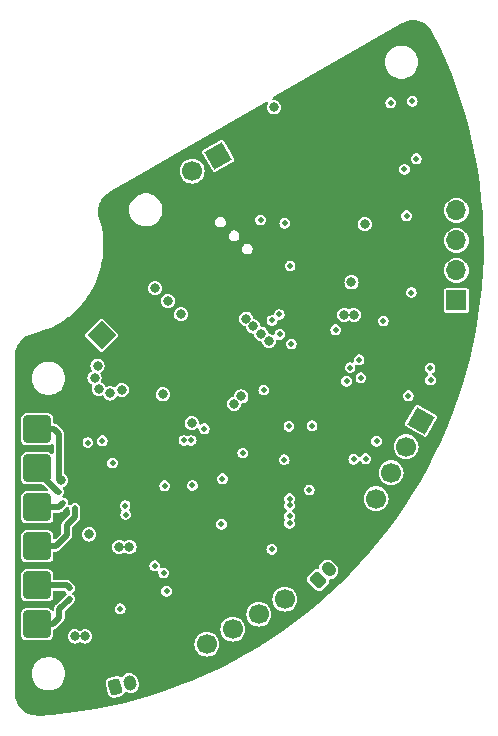
<source format=gbr>
%TF.GenerationSoftware,KiCad,Pcbnew,7.0.7*%
%TF.CreationDate,2023-12-04T17:40:57-05:00*%
%TF.ProjectId,PEEKbot_APS,5045454b-626f-4745-9f41-50532e6b6963,rev?*%
%TF.SameCoordinates,Original*%
%TF.FileFunction,Copper,L3,Inr*%
%TF.FilePolarity,Positive*%
%FSLAX46Y46*%
G04 Gerber Fmt 4.6, Leading zero omitted, Abs format (unit mm)*
G04 Created by KiCad (PCBNEW 7.0.7) date 2023-12-04 17:40:57*
%MOMM*%
%LPD*%
G01*
G04 APERTURE LIST*
G04 Aperture macros list*
%AMRoundRect*
0 Rectangle with rounded corners*
0 $1 Rounding radius*
0 $2 $3 $4 $5 $6 $7 $8 $9 X,Y pos of 4 corners*
0 Add a 4 corners polygon primitive as box body*
4,1,4,$2,$3,$4,$5,$6,$7,$8,$9,$2,$3,0*
0 Add four circle primitives for the rounded corners*
1,1,$1+$1,$2,$3*
1,1,$1+$1,$4,$5*
1,1,$1+$1,$6,$7*
1,1,$1+$1,$8,$9*
0 Add four rect primitives between the rounded corners*
20,1,$1+$1,$2,$3,$4,$5,0*
20,1,$1+$1,$4,$5,$6,$7,0*
20,1,$1+$1,$6,$7,$8,$9,0*
20,1,$1+$1,$8,$9,$2,$3,0*%
%AMHorizOval*
0 Thick line with rounded ends*
0 $1 width*
0 $2 $3 position (X,Y) of the first rounded end (center of the circle)*
0 $4 $5 position (X,Y) of the second rounded end (center of the circle)*
0 Add line between two ends*
20,1,$1,$2,$3,$4,$5,0*
0 Add two circle primitives to create the rounded ends*
1,1,$1,$2,$3*
1,1,$1,$4,$5*%
%AMRotRect*
0 Rectangle, with rotation*
0 The origin of the aperture is its center*
0 $1 length*
0 $2 width*
0 $3 Rotation angle, in degrees counterclockwise*
0 Add horizontal line*
21,1,$1,$2,0,0,$3*%
G04 Aperture macros list end*
%TA.AperFunction,ComponentPad*%
%ADD10RoundRect,0.250001X0.899999X0.899999X-0.899999X0.899999X-0.899999X-0.899999X0.899999X-0.899999X0*%
%TD*%
%TA.AperFunction,ComponentPad*%
%ADD11RotRect,1.700000X1.700000X300.000000*%
%TD*%
%TA.AperFunction,ComponentPad*%
%ADD12HorizOval,1.700000X0.000000X0.000000X0.000000X0.000000X0*%
%TD*%
%TA.AperFunction,ComponentPad*%
%ADD13RoundRect,0.249900X0.088388X-0.477438X0.477438X-0.088388X-0.088388X0.477438X-0.477438X0.088388X0*%
%TD*%
%TA.AperFunction,ComponentPad*%
%ADD14HorizOval,1.050000X-0.088388X0.088388X0.088388X-0.088388X0*%
%TD*%
%TA.AperFunction,ComponentPad*%
%ADD15R,1.700000X1.700000*%
%TD*%
%TA.AperFunction,ComponentPad*%
%ADD16O,1.700000X1.700000*%
%TD*%
%TA.AperFunction,ComponentPad*%
%ADD17RotRect,1.700000X1.700000X330.000000*%
%TD*%
%TA.AperFunction,ComponentPad*%
%ADD18HorizOval,1.700000X0.000000X0.000000X0.000000X0.000000X0*%
%TD*%
%TA.AperFunction,ComponentPad*%
%ADD19RotRect,1.700000X1.700000X135.000000*%
%TD*%
%TA.AperFunction,ComponentPad*%
%ADD20HorizOval,1.700000X0.000000X0.000000X0.000000X0.000000X0*%
%TD*%
%TA.AperFunction,ComponentPad*%
%ADD21RoundRect,0.249900X-0.162173X-0.457668X0.369280X-0.315266X0.162173X0.457668X-0.369280X0.315266X0*%
%TD*%
%TA.AperFunction,ComponentPad*%
%ADD22HorizOval,1.050000X-0.032352X0.120741X0.032352X-0.120741X0*%
%TD*%
%TA.AperFunction,ComponentPad*%
%ADD23RotRect,1.700000X1.700000X120.000000*%
%TD*%
%TA.AperFunction,ComponentPad*%
%ADD24HorizOval,1.700000X0.000000X0.000000X0.000000X0.000000X0*%
%TD*%
%TA.AperFunction,ComponentPad*%
%ADD25C,0.600000*%
%TD*%
%TA.AperFunction,ComponentPad*%
%ADD26C,0.500000*%
%TD*%
%TA.AperFunction,ViaPad*%
%ADD27C,0.800000*%
%TD*%
%TA.AperFunction,ViaPad*%
%ADD28C,0.500000*%
%TD*%
%TA.AperFunction,Conductor*%
%ADD29C,0.500000*%
%TD*%
G04 APERTURE END LIST*
D10*
%TO.N,Net-(U6-BOUT2)*%
%TO.C,H2*%
X18148613Y-173979091D03*
%TD*%
D11*
%TO.N,OUT_B*%
%TO.C,J1*%
X33461793Y-147535201D03*
D12*
%TO.N,OUT_A*%
X31262088Y-148805201D03*
%TD*%
D10*
%TO.N,Net-(U6-BOUT1)*%
%TO.C,H4*%
X18148607Y-170677104D03*
%TD*%
%TO.N,Net-(U8-OUT1)*%
%TO.C,H5*%
X18118597Y-187187097D03*
%TD*%
%TO.N,Net-(U6-AOUT2)*%
%TO.C,H3*%
X18148617Y-177281105D03*
%TD*%
D13*
%TO.N,+3V3*%
%TO.C,U4*%
X41922717Y-183439438D03*
D14*
%TO.N,END_ALT*%
X42820743Y-182541412D03*
%TO.N,GND*%
X43718768Y-181643387D03*
%TD*%
D15*
%TO.N,ENC_B_AZM*%
%TO.C,J3*%
X53642826Y-159755108D03*
D16*
%TO.N,+3V3*%
X53642826Y-157215108D03*
%TO.N,ENC_A_AZM*%
X53642826Y-154675108D03*
%TO.N,ENC_I_AZM*%
X53642826Y-152135108D03*
%TO.N,GND*%
X53642826Y-149595108D03*
%TD*%
D10*
%TO.N,Net-(U8-OUT2)*%
%TO.C,H6*%
X18148593Y-183885098D03*
%TD*%
D17*
%TO.N,ENC_B_ALT*%
%TO.C,J4*%
X50643104Y-169939619D03*
D18*
%TO.N,+3V3*%
X49373104Y-172139324D03*
%TO.N,ENC_A_ALT*%
X48103104Y-174339028D03*
%TO.N,ENC_I_ALT*%
X46833104Y-176538733D03*
%TO.N,GND*%
X45563104Y-178738437D03*
%TD*%
D19*
%TO.N,VCC*%
%TO.C,J5*%
X23601238Y-162701477D03*
D20*
%TO.N,GND*%
X25397289Y-160905426D03*
%TD*%
D21*
%TO.N,+3V3*%
%TO.C,U2*%
X24760991Y-192483565D03*
D22*
%TO.N,END_AZM*%
X25987717Y-192154865D03*
%TO.N,GND*%
X27214443Y-191826165D03*
%TD*%
D23*
%TO.N,GND*%
%TO.C,J2*%
X30310310Y-190133488D03*
D24*
%TO.N,SWDCLK*%
X32510015Y-188863488D03*
%TO.N,SWDIO*%
X34709719Y-187593488D03*
%TO.N,NRST*%
X36909424Y-186323488D03*
%TO.N,+3V3*%
X39109128Y-185053488D03*
%TD*%
D10*
%TO.N,Net-(U6-AOUT1)*%
%TO.C,H1*%
X18148596Y-180583103D03*
%TD*%
D25*
%TO.N,GND*%
%TO.C,U8*%
X22787916Y-184096304D03*
X22787916Y-185096304D03*
%TD*%
D26*
%TO.N,GND*%
%TO.C,U1*%
X44145019Y-146683615D03*
X43645019Y-145817590D03*
X43145019Y-144951565D03*
X43019185Y-147333615D03*
X42519185Y-146467590D03*
X42019185Y-145601565D03*
%TD*%
%TO.N,GND*%
%TO.C,U6*%
X22216501Y-175213900D03*
X22216501Y-176393900D03*
X23396501Y-175213900D03*
X23396501Y-176393900D03*
%TD*%
D27*
%TO.N,+3V3*%
X44127535Y-160970167D03*
X45870395Y-153303498D03*
X38184491Y-143411937D03*
X28134418Y-158732321D03*
X44752794Y-158231094D03*
X29212056Y-159809947D03*
X44956017Y-160970162D03*
X30325606Y-160923508D03*
%TO.N,GND*%
X28024599Y-172505897D03*
D28*
X42834918Y-154510191D03*
X40193308Y-159844198D03*
D27*
X44308115Y-154154598D03*
X51050068Y-144724160D03*
D28*
X25073917Y-186831489D03*
X23854699Y-188050688D03*
X37478214Y-175218702D03*
D27*
X28837418Y-178754291D03*
X28837409Y-179668693D03*
X35751011Y-181060703D03*
X32601409Y-180806694D03*
X33450737Y-169867839D03*
X43139707Y-155373806D03*
X47452224Y-142251884D03*
D28*
X42072915Y-153748197D03*
D27*
X41579850Y-167872234D03*
D28*
X45972013Y-160809401D03*
D27*
X31544810Y-176671507D03*
X48829288Y-155932599D03*
X29679026Y-162791402D03*
X49314317Y-147134111D03*
X37509833Y-157115879D03*
X43256252Y-164968619D03*
X36614600Y-181060707D03*
X34061390Y-169257181D03*
X31280593Y-179638307D03*
X48829305Y-157456604D03*
X33160217Y-171561110D03*
D28*
X37498116Y-173948690D03*
X21837397Y-183427903D03*
D27*
X29966409Y-168897974D03*
D28*
X39431314Y-159133007D03*
D27*
X38443403Y-171256302D03*
D28*
X40180804Y-175503101D03*
D27*
X26957805Y-171489902D03*
X31646412Y-162091890D03*
D28*
X40983403Y-174558307D03*
D27*
X20876797Y-174131493D03*
X38884322Y-149662223D03*
X38802978Y-164515613D03*
D28*
X35293796Y-176895104D03*
D27*
X38758418Y-166155897D03*
D28*
X34481008Y-176895094D03*
D27*
X47610119Y-153240205D03*
D28*
X24367006Y-174436304D03*
X21892807Y-178652696D03*
D27*
X37581664Y-159055610D03*
X32296601Y-171561116D03*
X48829304Y-154408599D03*
X34887410Y-180806697D03*
D28*
%TO.N,NRST*%
X47445210Y-161486893D03*
%TO.N,EN*%
X31280611Y-175421904D03*
D27*
X31223645Y-170155204D03*
%TO.N,+12V*%
X25093204Y-180633909D03*
D28*
X39510204Y-178622295D03*
D27*
X22553207Y-179567100D03*
X23359851Y-167258293D03*
D28*
X39510187Y-177098303D03*
D27*
X34815746Y-168502848D03*
D28*
X31179011Y-171611893D03*
D27*
X25956809Y-180633892D03*
X24320167Y-167629081D03*
X25299591Y-167330139D03*
D28*
X39053011Y-173237488D03*
D27*
X22999359Y-166308280D03*
X35426402Y-167892185D03*
X23252080Y-165282651D03*
D28*
X30569409Y-171611903D03*
X39510214Y-176539499D03*
D27*
X22197606Y-188203096D03*
X21334011Y-188203107D03*
D28*
X39510207Y-178012704D03*
%TO.N,STEP_DVDD*%
X24519405Y-173521906D03*
X22435931Y-171790562D03*
%TO.N,ENC_A_AZM*%
X49817128Y-159090561D03*
%TO.N,ENC_I_AZM*%
X49410734Y-152588163D03*
%TO.N,ENC_I_ALT*%
X49563138Y-167828162D03*
%TO.N,CFG_PWR*%
X39556930Y-156843068D03*
%TO.N,LP_TxD*%
X50237740Y-147755642D03*
%TO.N,LP_RxD*%
X49901103Y-142905347D03*
%TO.N,BDC_nSLEEP*%
X46870733Y-171688962D03*
X29101814Y-184378043D03*
%TO.N,STEP_FAULT*%
X43416332Y-162240163D03*
X28938331Y-175448159D03*
%TO.N,STEP_nSLEEP*%
X41181125Y-175803769D03*
X51442736Y-166507372D03*
%TO.N,Net-(Q1-G)*%
X33820610Y-174863106D03*
%TO.N,LPUART_DE*%
X49239232Y-148666856D03*
X48070841Y-143028065D03*
%TO.N,CFG1*%
X38631133Y-160949672D03*
%TO.N,CFG2*%
X38021534Y-161457672D03*
%TO.N,CFG3*%
X39099728Y-153236261D03*
X38693332Y-162634257D03*
%TO.N,CFG4*%
X39658521Y-163447060D03*
X37053749Y-152947803D03*
%TO.N,FB-3.3V*%
X37330221Y-167353362D03*
%TO.N,MOFF*%
X35547813Y-172678697D03*
%TO.N,HEAT*%
X38004874Y-180834950D03*
%TO.N,TEMP*%
X41408481Y-170370153D03*
X51407604Y-165495500D03*
%TO.N,STEP_PWM*%
X45397536Y-164780161D03*
X32291135Y-170622167D03*
%TO.N,STEP_DIR*%
X39453934Y-170418961D03*
X44635532Y-165440567D03*
%TO.N,END_AZM*%
X44330733Y-166608967D03*
%TO.N,END_ALT*%
X45549923Y-166304163D03*
%TO.N,BDC_PWM*%
X44940332Y-173212957D03*
X28096020Y-182222770D03*
%TO.N,BDC_DIR*%
X28850369Y-182833434D03*
X45956336Y-173162158D03*
D27*
%TO.N,Net-(U7-SW)*%
X28781006Y-167712587D03*
%TO.N,Net-(C15-Pad1)*%
X36446732Y-161965675D03*
X37767532Y-163184869D03*
X37107134Y-162575271D03*
X35837134Y-161305274D03*
D28*
%TO.N,Net-(U6-AOUT1)*%
X21319016Y-177382698D03*
%TO.N,Net-(U6-BOUT2)*%
X19947411Y-175960309D03*
%TO.N,Net-(U6-AOUT2)*%
X20303016Y-176925495D03*
D27*
%TO.N,Net-(U6-BOUT1)*%
X20150606Y-174995097D03*
D28*
%TO.N,Net-(U8-OUT1)*%
X20857524Y-185053494D03*
%TO.N,Net-(U8-OUT2)*%
X20857511Y-184139112D03*
%TO.N,Net-(JP3-B)*%
X25585534Y-177124562D03*
%TO.N,Net-(JP4-B)*%
X25636333Y-177886558D03*
%TO.N,Net-(JP5-B)*%
X25175514Y-185866295D03*
%TO.N,Net-(Q1-D)*%
X33738914Y-178708700D03*
%TO.N,Net-(U6-VREF)*%
X23655798Y-171642308D03*
%TD*%
D29*
%TO.N,Net-(U6-AOUT1)*%
X18176264Y-180567829D02*
X19716262Y-180567827D01*
X19716262Y-180567827D02*
X20634798Y-179649296D01*
X20634798Y-179649296D02*
X20634792Y-178785687D01*
X20634792Y-178785687D02*
X21346677Y-178073813D01*
X21346677Y-178073813D02*
X21346680Y-177367426D01*
%TO.N,Net-(U6-BOUT2)*%
X18176283Y-173963822D02*
X18176278Y-174179917D01*
X18180353Y-173669170D02*
X18180356Y-173885259D01*
X18148487Y-174206082D02*
X19913600Y-175971200D01*
%TO.N,Net-(U6-AOUT2)*%
X18176280Y-177265831D02*
X19975073Y-177265830D01*
X19975073Y-177265830D02*
X20330682Y-176910221D01*
%TO.N,Net-(U6-BOUT1)*%
X19572128Y-170661831D02*
X19974397Y-171064093D01*
X18176274Y-170661829D02*
X19572128Y-170661831D01*
X19974397Y-171064093D02*
X19974396Y-174775962D01*
X19974396Y-174775962D02*
X20178269Y-174979825D01*
%TO.N,Net-(U8-OUT1)*%
X20025195Y-185897693D02*
X20884666Y-185038223D01*
X19462260Y-187171824D02*
X20025195Y-186608889D01*
X20884666Y-185038223D02*
X20885192Y-185038225D01*
X20025195Y-186608889D02*
X20025195Y-185897693D01*
X18146265Y-187171826D02*
X19462260Y-187171824D01*
%TO.N,Net-(U8-OUT2)*%
X20631181Y-183869822D02*
X20885178Y-184123839D01*
X18176260Y-183869824D02*
X20631181Y-183869822D01*
%TD*%
%TA.AperFunction,Conductor*%
%TO.N,GND*%
G36*
X49998809Y-136018586D02*
G01*
X50239557Y-136039145D01*
X50247845Y-136040421D01*
X50483638Y-136093269D01*
X50491648Y-136095644D01*
X50718157Y-136179813D01*
X50725789Y-136183254D01*
X50938863Y-136297202D01*
X50945974Y-136301648D01*
X51141714Y-136443284D01*
X51148164Y-136448652D01*
X51323021Y-136615406D01*
X51328688Y-136621595D01*
X51479447Y-136810401D01*
X51484228Y-136817298D01*
X51609105Y-137026325D01*
X51611557Y-137030846D01*
X52155024Y-138140558D01*
X52664899Y-139269178D01*
X53139456Y-140413098D01*
X53578238Y-141571212D01*
X53980820Y-142742401D01*
X54346814Y-143925535D01*
X54675866Y-145119471D01*
X54967658Y-146323055D01*
X55221908Y-147535125D01*
X55438372Y-148754510D01*
X55616839Y-149980033D01*
X55757137Y-151210510D01*
X55859132Y-152444753D01*
X55922723Y-153681568D01*
X55947851Y-154919763D01*
X55934491Y-156158140D01*
X55882655Y-157395505D01*
X55792393Y-158630661D01*
X55663794Y-159862415D01*
X55496980Y-161089579D01*
X55292114Y-162310966D01*
X55049393Y-163525397D01*
X54847022Y-164396194D01*
X54769051Y-164731700D01*
X54451360Y-165928708D01*
X54096625Y-167115267D01*
X53705190Y-168290229D01*
X53277433Y-169452460D01*
X52813767Y-170600837D01*
X52314640Y-171734252D01*
X51780533Y-172851610D01*
X51211964Y-173951830D01*
X50609480Y-175033852D01*
X49973664Y-176096629D01*
X49305129Y-177139135D01*
X48604523Y-178160363D01*
X47872520Y-179159328D01*
X47109829Y-180135063D01*
X46317186Y-181086627D01*
X45495356Y-182013100D01*
X44645134Y-182913588D01*
X43767340Y-183787221D01*
X42862822Y-184633156D01*
X41932454Y-185450574D01*
X40977135Y-186238687D01*
X39997787Y-186996734D01*
X38995356Y-187723981D01*
X37970809Y-188419728D01*
X37034624Y-189013823D01*
X36925139Y-189083301D01*
X35859353Y-189714060D01*
X34774481Y-190311396D01*
X33671571Y-190874732D01*
X32551689Y-191403523D01*
X31415915Y-191897260D01*
X30265347Y-192355464D01*
X29101097Y-192777694D01*
X27924288Y-193163542D01*
X26736058Y-193512634D01*
X25537553Y-193824635D01*
X24329933Y-194099242D01*
X23114362Y-194336190D01*
X21892015Y-194535250D01*
X20664072Y-194696231D01*
X19431721Y-194818977D01*
X18198707Y-194903193D01*
X18193564Y-194903330D01*
X17950359Y-194899685D01*
X17941997Y-194898993D01*
X17703102Y-194862822D01*
X17694909Y-194861007D01*
X17463072Y-194792945D01*
X17455204Y-194790044D01*
X17348641Y-194742348D01*
X17234673Y-194691337D01*
X17227264Y-194687400D01*
X17022051Y-194559847D01*
X17015250Y-194554953D01*
X16855557Y-194422771D01*
X16829121Y-194400889D01*
X16823034Y-194395115D01*
X16659382Y-194217353D01*
X16654129Y-194210810D01*
X16649800Y-194204600D01*
X16515947Y-194012600D01*
X16511637Y-194005429D01*
X16401446Y-193790381D01*
X16398135Y-193782678D01*
X16317958Y-193554740D01*
X16315719Y-193546666D01*
X16283547Y-193390328D01*
X16267014Y-193309987D01*
X16265888Y-193301712D01*
X16249455Y-193059220D01*
X16249314Y-193055033D01*
X16249314Y-191359104D01*
X17693501Y-191359104D01*
X17712667Y-191590400D01*
X17767146Y-191805539D01*
X17769644Y-191815400D01*
X17862877Y-192027950D01*
X17909839Y-192099830D01*
X17976815Y-192202346D01*
X17989823Y-192222255D01*
X18147018Y-192393015D01*
X18330177Y-192535572D01*
X18534301Y-192646039D01*
X18648291Y-192685171D01*
X18753819Y-192721400D01*
X18753821Y-192721400D01*
X18753823Y-192721401D01*
X18982756Y-192759603D01*
X18982757Y-192759603D01*
X19214853Y-192759603D01*
X19214854Y-192759603D01*
X19443787Y-192721401D01*
X19663309Y-192646039D01*
X19867433Y-192535572D01*
X20050592Y-192393015D01*
X20207787Y-192222255D01*
X20220794Y-192202346D01*
X23937498Y-192202346D01*
X23942614Y-192232457D01*
X23942615Y-192232462D01*
X23942617Y-192232471D01*
X23942618Y-192232474D01*
X24177805Y-193110203D01*
X24177807Y-193110208D01*
X24186162Y-193132726D01*
X24188439Y-193138861D01*
X24243648Y-193219838D01*
X24264924Y-193251044D01*
X24264926Y-193251046D01*
X24333697Y-193305888D01*
X24371075Y-193335696D01*
X24371077Y-193335696D01*
X24371079Y-193335698D01*
X24437162Y-193361633D01*
X24497463Y-193385300D01*
X24497462Y-193385300D01*
X24513686Y-193386515D01*
X24632857Y-193395446D01*
X24632863Y-193395445D01*
X24632865Y-193395445D01*
X24662976Y-193390329D01*
X24662981Y-193390328D01*
X24662980Y-193390328D01*
X24662993Y-193390326D01*
X25299240Y-193219844D01*
X25299254Y-193219838D01*
X25299257Y-193219838D01*
X25327894Y-193209212D01*
X25327894Y-193209211D01*
X25327899Y-193209210D01*
X25440081Y-193132726D01*
X25524734Y-193026574D01*
X25536393Y-192996865D01*
X25579207Y-192941653D01*
X25645077Y-192918352D01*
X25710672Y-192933023D01*
X25750384Y-192954436D01*
X25914203Y-192998332D01*
X26083729Y-193003265D01*
X26249822Y-192968970D01*
X26249824Y-192968968D01*
X26249827Y-192968968D01*
X26397332Y-192900186D01*
X26403530Y-192897296D01*
X26536565Y-192792106D01*
X26641757Y-192659071D01*
X26713432Y-192505364D01*
X26724056Y-192453913D01*
X26747728Y-192339272D01*
X26742796Y-192169745D01*
X26742796Y-192169744D01*
X26645208Y-191805537D01*
X26598300Y-191687459D01*
X26501023Y-191548534D01*
X26374330Y-191435785D01*
X26225050Y-191355293D01*
X26225049Y-191355292D01*
X26061233Y-191311397D01*
X25993420Y-191309423D01*
X25891705Y-191306464D01*
X25891704Y-191306464D01*
X25891702Y-191306464D01*
X25725614Y-191340758D01*
X25725613Y-191340758D01*
X25571908Y-191412431D01*
X25571903Y-191412434D01*
X25438870Y-191517621D01*
X25349548Y-191630585D01*
X25292526Y-191670962D01*
X25222727Y-191674102D01*
X25174969Y-191650623D01*
X25150907Y-191631434D01*
X25150902Y-191631431D01*
X25024517Y-191581829D01*
X25024519Y-191581829D01*
X24889130Y-191571684D01*
X24889116Y-191571684D01*
X24859005Y-191576800D01*
X24859000Y-191576801D01*
X24858988Y-191576804D01*
X24858989Y-191576804D01*
X24222742Y-191747286D01*
X24222740Y-191747286D01*
X24222724Y-191747291D01*
X24194087Y-191757917D01*
X24194084Y-191757919D01*
X24081901Y-191834403D01*
X24081897Y-191834407D01*
X23997251Y-191940551D01*
X23997245Y-191940560D01*
X23947643Y-192066944D01*
X23937498Y-192202332D01*
X23937498Y-192202346D01*
X20220794Y-192202346D01*
X20334733Y-192027950D01*
X20427966Y-191815400D01*
X20484942Y-191590404D01*
X20493460Y-191487601D01*
X20504109Y-191359104D01*
X20504109Y-191359093D01*
X20491330Y-191204895D01*
X20484942Y-191127794D01*
X20427966Y-190902798D01*
X20334733Y-190690248D01*
X20207787Y-190495943D01*
X20050592Y-190325183D01*
X19867433Y-190182626D01*
X19663309Y-190072159D01*
X19663301Y-190072156D01*
X19443790Y-189996797D01*
X19272087Y-189968145D01*
X19214854Y-189958595D01*
X18982756Y-189958595D01*
X18936969Y-189966235D01*
X18753819Y-189996797D01*
X18534308Y-190072156D01*
X18534300Y-190072159D01*
X18330175Y-190182627D01*
X18147020Y-190325181D01*
X17989820Y-190495946D01*
X17862875Y-190690251D01*
X17769643Y-190902799D01*
X17712667Y-191127797D01*
X17693501Y-191359093D01*
X17693501Y-191359104D01*
X16249314Y-191359104D01*
X16249314Y-188863487D01*
X31454432Y-188863487D01*
X31474714Y-189069420D01*
X31474715Y-189069422D01*
X31534783Y-189267442D01*
X31632330Y-189449938D01*
X31632332Y-189449940D01*
X31763604Y-189609898D01*
X31860224Y-189689190D01*
X31923565Y-189741173D01*
X32106061Y-189838720D01*
X32304081Y-189898788D01*
X32304080Y-189898788D01*
X32324362Y-189900785D01*
X32510015Y-189919071D01*
X32715949Y-189898788D01*
X32913969Y-189838720D01*
X33096465Y-189741173D01*
X33256425Y-189609898D01*
X33387700Y-189449938D01*
X33485247Y-189267442D01*
X33545315Y-189069422D01*
X33565598Y-188863488D01*
X33545315Y-188657554D01*
X33485247Y-188459534D01*
X33387700Y-188277038D01*
X33276357Y-188141365D01*
X33256425Y-188117077D01*
X33138692Y-188020457D01*
X33096465Y-187985803D01*
X32913969Y-187888256D01*
X32715949Y-187828188D01*
X32715947Y-187828187D01*
X32715949Y-187828187D01*
X32528478Y-187809723D01*
X32510015Y-187807905D01*
X32510014Y-187807905D01*
X32304082Y-187828187D01*
X32106058Y-187888257D01*
X31995913Y-187947131D01*
X31923565Y-187985803D01*
X31923563Y-187985804D01*
X31923562Y-187985805D01*
X31763604Y-188117077D01*
X31632332Y-188277035D01*
X31534784Y-188459531D01*
X31474714Y-188657555D01*
X31454432Y-188863487D01*
X16249314Y-188863487D01*
X16249314Y-188141355D01*
X16768097Y-188141355D01*
X16770951Y-188171795D01*
X16770951Y-188171796D01*
X16815803Y-188299978D01*
X16815804Y-188299979D01*
X16896447Y-188409247D01*
X17005715Y-188489890D01*
X17133899Y-188534743D01*
X17133898Y-188534743D01*
X17137868Y-188535115D01*
X17164332Y-188537597D01*
X19072861Y-188537596D01*
X19103295Y-188534743D01*
X19231479Y-188489890D01*
X19340747Y-188409247D01*
X19421390Y-188299979D01*
X19455286Y-188203108D01*
X20728329Y-188203108D01*
X20748966Y-188359867D01*
X20748967Y-188359869D01*
X20809469Y-188505935D01*
X20809475Y-188505948D01*
X20905729Y-188631389D01*
X21031170Y-188727643D01*
X21177249Y-188788151D01*
X21255630Y-188798470D01*
X21334010Y-188808789D01*
X21334011Y-188808789D01*
X21334012Y-188808789D01*
X21386264Y-188801909D01*
X21490773Y-188788151D01*
X21636852Y-188727643D01*
X21690329Y-188686608D01*
X21755497Y-188661414D01*
X21823942Y-188675452D01*
X21841301Y-188686608D01*
X21894763Y-188727631D01*
X21894764Y-188727631D01*
X21894765Y-188727632D01*
X22040844Y-188788140D01*
X22119224Y-188798459D01*
X22197605Y-188808778D01*
X22197606Y-188808778D01*
X22197607Y-188808778D01*
X22249859Y-188801898D01*
X22354368Y-188788140D01*
X22500447Y-188727632D01*
X22625888Y-188631378D01*
X22722142Y-188505937D01*
X22782650Y-188359858D01*
X22796408Y-188255349D01*
X22803288Y-188203097D01*
X22803288Y-188203094D01*
X22789529Y-188098588D01*
X22782650Y-188046334D01*
X22722142Y-187900255D01*
X22625888Y-187774814D01*
X22500447Y-187678560D01*
X22470252Y-187666053D01*
X22354368Y-187618052D01*
X22354366Y-187618051D01*
X22197607Y-187597414D01*
X22197605Y-187597414D01*
X22040845Y-187618051D01*
X22040843Y-187618052D01*
X21894763Y-187678560D01*
X21841287Y-187719594D01*
X21776117Y-187744788D01*
X21707672Y-187730749D01*
X21690315Y-187719594D01*
X21636853Y-187678571D01*
X21490773Y-187618063D01*
X21490771Y-187618062D01*
X21334012Y-187597425D01*
X21334010Y-187597425D01*
X21177250Y-187618062D01*
X21177248Y-187618063D01*
X21031171Y-187678570D01*
X20905729Y-187774825D01*
X20809474Y-187900267D01*
X20748967Y-188046344D01*
X20748966Y-188046346D01*
X20728329Y-188203105D01*
X20728329Y-188203108D01*
X19455286Y-188203108D01*
X19466243Y-188171795D01*
X19469097Y-188141362D01*
X19469096Y-187733091D01*
X19488780Y-187666053D01*
X19541584Y-187620298D01*
X19574614Y-187610477D01*
X19596548Y-187607172D01*
X19596549Y-187607171D01*
X19596551Y-187607171D01*
X19604685Y-187604661D01*
X19612726Y-187601848D01*
X19612732Y-187601847D01*
X19628547Y-187593488D01*
X33654136Y-187593488D01*
X33674418Y-187799420D01*
X33683145Y-187828188D01*
X33734487Y-187997442D01*
X33832034Y-188179938D01*
X33832036Y-188179940D01*
X33963308Y-188339898D01*
X34059928Y-188419190D01*
X34123269Y-188471173D01*
X34305765Y-188568720D01*
X34503785Y-188628788D01*
X34503784Y-188628788D01*
X34522248Y-188630606D01*
X34709719Y-188649071D01*
X34915653Y-188628788D01*
X35113673Y-188568720D01*
X35296169Y-188471173D01*
X35456129Y-188339898D01*
X35587404Y-188179938D01*
X35684951Y-187997442D01*
X35745019Y-187799422D01*
X35765302Y-187593488D01*
X35745019Y-187387554D01*
X35684951Y-187189534D01*
X35587404Y-187007038D01*
X35514963Y-186918768D01*
X35456129Y-186847077D01*
X35337492Y-186749716D01*
X35296169Y-186715803D01*
X35113673Y-186618256D01*
X34915653Y-186558188D01*
X34915651Y-186558187D01*
X34915653Y-186558187D01*
X34728182Y-186539723D01*
X34709719Y-186537905D01*
X34709718Y-186537905D01*
X34503786Y-186558187D01*
X34305762Y-186618257D01*
X34196260Y-186676788D01*
X34123269Y-186715803D01*
X34123267Y-186715804D01*
X34123266Y-186715805D01*
X33963308Y-186847077D01*
X33832036Y-187007035D01*
X33734488Y-187189531D01*
X33674418Y-187387555D01*
X33654136Y-187593488D01*
X19628547Y-187593488D01*
X19665322Y-187574051D01*
X19718903Y-187548249D01*
X19725943Y-187543449D01*
X19732793Y-187538392D01*
X19732798Y-187538390D01*
X19753829Y-187517358D01*
X19774861Y-187496327D01*
X19798351Y-187474530D01*
X19818454Y-187455878D01*
X19818457Y-187455872D01*
X19824251Y-187448607D01*
X19824908Y-187449131D01*
X19834294Y-187436891D01*
X20323400Y-186947785D01*
X20328568Y-186943166D01*
X20359165Y-186918768D01*
X20392675Y-186869617D01*
X20427988Y-186821771D01*
X20427989Y-186821768D01*
X20431973Y-186814230D01*
X20435669Y-186806557D01*
X20453201Y-186749716D01*
X20472840Y-186693591D01*
X20472841Y-186693589D01*
X20472841Y-186693584D01*
X20474423Y-186685225D01*
X20475695Y-186676788D01*
X20475695Y-186617315D01*
X20477919Y-186557881D01*
X20476879Y-186548650D01*
X20477708Y-186548556D01*
X20475695Y-186533255D01*
X20475695Y-186323488D01*
X35853841Y-186323488D01*
X35874123Y-186529420D01*
X35882850Y-186558188D01*
X35934192Y-186727442D01*
X36031739Y-186909938D01*
X36031741Y-186909940D01*
X36163013Y-187069898D01*
X36259633Y-187149190D01*
X36322974Y-187201173D01*
X36505470Y-187298720D01*
X36703490Y-187358788D01*
X36703489Y-187358788D01*
X36723772Y-187360785D01*
X36909424Y-187379071D01*
X37115358Y-187358788D01*
X37313378Y-187298720D01*
X37495874Y-187201173D01*
X37655834Y-187069898D01*
X37787109Y-186909938D01*
X37884656Y-186727442D01*
X37944724Y-186529422D01*
X37965007Y-186323488D01*
X37944724Y-186117554D01*
X37884656Y-185919534D01*
X37787109Y-185737038D01*
X37704977Y-185636959D01*
X37655834Y-185577077D01*
X37538101Y-185480457D01*
X37495874Y-185445803D01*
X37313378Y-185348256D01*
X37115358Y-185288188D01*
X37115356Y-185288187D01*
X37115358Y-185288187D01*
X36909424Y-185267905D01*
X36703491Y-185288187D01*
X36505467Y-185348257D01*
X36465759Y-185369482D01*
X36322974Y-185445803D01*
X36322972Y-185445804D01*
X36322971Y-185445805D01*
X36163013Y-185577077D01*
X36031741Y-185737035D01*
X36031739Y-185737038D01*
X35998139Y-185799898D01*
X35934193Y-185919531D01*
X35874123Y-186117555D01*
X35853841Y-186323488D01*
X20475695Y-186323488D01*
X20475695Y-186135658D01*
X20495380Y-186068619D01*
X20512014Y-186047977D01*
X20693696Y-185866295D01*
X24720381Y-185866295D01*
X24738816Y-185994520D01*
X24772657Y-186068619D01*
X24792632Y-186112358D01*
X24877465Y-186210262D01*
X24986445Y-186280299D01*
X25110739Y-186316794D01*
X25110741Y-186316795D01*
X25110742Y-186316795D01*
X25240287Y-186316795D01*
X25240287Y-186316794D01*
X25364583Y-186280299D01*
X25473563Y-186210262D01*
X25558396Y-186112358D01*
X25612211Y-185994521D01*
X25630647Y-185866295D01*
X25612211Y-185738069D01*
X25558396Y-185620232D01*
X25473563Y-185522328D01*
X25364583Y-185452291D01*
X25364579Y-185452289D01*
X25364578Y-185452289D01*
X25240288Y-185415795D01*
X25240286Y-185415795D01*
X25110742Y-185415795D01*
X25110740Y-185415795D01*
X24986449Y-185452289D01*
X24986446Y-185452290D01*
X24986445Y-185452291D01*
X24935191Y-185485229D01*
X24877464Y-185522328D01*
X24792632Y-185620232D01*
X24792631Y-185620233D01*
X24738816Y-185738069D01*
X24720381Y-185866295D01*
X20693696Y-185866295D01*
X21190509Y-185369482D01*
X21190508Y-185369481D01*
X21240303Y-185323632D01*
X21262460Y-185285587D01*
X21266143Y-185279985D01*
X21287459Y-185251105D01*
X21290936Y-185241165D01*
X21300823Y-185219722D01*
X21308652Y-185206281D01*
X21318763Y-185162742D01*
X21320636Y-185156288D01*
X21332312Y-185122923D01*
X21332694Y-185112709D01*
X21335822Y-185089290D01*
X21339374Y-185073998D01*
X21337915Y-185053487D01*
X38053545Y-185053487D01*
X38073827Y-185259420D01*
X38082554Y-185288188D01*
X38133896Y-185457442D01*
X38231443Y-185639938D01*
X38231445Y-185639940D01*
X38362717Y-185799898D01*
X38443623Y-185866295D01*
X38522678Y-185931173D01*
X38705174Y-186028720D01*
X38903194Y-186088788D01*
X38903193Y-186088788D01*
X38923476Y-186090785D01*
X39109128Y-186109071D01*
X39315062Y-186088788D01*
X39513082Y-186028720D01*
X39695578Y-185931173D01*
X39855538Y-185799898D01*
X39986813Y-185639938D01*
X40084360Y-185457442D01*
X40144428Y-185259422D01*
X40164711Y-185053488D01*
X40144428Y-184847554D01*
X40084360Y-184649534D01*
X39986813Y-184467038D01*
X39919630Y-184385175D01*
X39855538Y-184307077D01*
X39695580Y-184175805D01*
X39695581Y-184175805D01*
X39695578Y-184175803D01*
X39513082Y-184078256D01*
X39315062Y-184018188D01*
X39315060Y-184018187D01*
X39315062Y-184018187D01*
X39127591Y-183999723D01*
X39109128Y-183997905D01*
X39109127Y-183997905D01*
X38903195Y-184018187D01*
X38705171Y-184078257D01*
X38651731Y-184106822D01*
X38522678Y-184175803D01*
X38522676Y-184175804D01*
X38522675Y-184175805D01*
X38362717Y-184307077D01*
X38256021Y-184437089D01*
X38231443Y-184467038D01*
X38192771Y-184539386D01*
X38133897Y-184649531D01*
X38073827Y-184847555D01*
X38053545Y-185053487D01*
X21337915Y-185053487D01*
X21336183Y-185029146D01*
X21336071Y-185022459D01*
X21337391Y-184987213D01*
X21334759Y-184977390D01*
X21330847Y-184954096D01*
X21329740Y-184938538D01*
X21329740Y-184938537D01*
X21313540Y-184896793D01*
X21311451Y-184890404D01*
X21305929Y-184869796D01*
X21302242Y-184856036D01*
X21296737Y-184847275D01*
X21286128Y-184826160D01*
X21280607Y-184811933D01*
X21253183Y-184777275D01*
X21249304Y-184771785D01*
X21229992Y-184741051D01*
X21229991Y-184741050D01*
X21229990Y-184741048D01*
X21221830Y-184734026D01*
X21205477Y-184716986D01*
X21196339Y-184705436D01*
X21196338Y-184705435D01*
X21196334Y-184705432D01*
X21165510Y-184684244D01*
X21121414Y-184630047D01*
X21113620Y-184560613D01*
X21144602Y-184497988D01*
X21169784Y-184477061D01*
X21182339Y-184469174D01*
X21260770Y-184378043D01*
X28646681Y-184378043D01*
X28665116Y-184506268D01*
X28707082Y-184598158D01*
X28718932Y-184624106D01*
X28803765Y-184722010D01*
X28912745Y-184792047D01*
X29037039Y-184828542D01*
X29037041Y-184828543D01*
X29037042Y-184828543D01*
X29166587Y-184828543D01*
X29166587Y-184828542D01*
X29290883Y-184792047D01*
X29399863Y-184722010D01*
X29484696Y-184624106D01*
X29538511Y-184506269D01*
X29556947Y-184378043D01*
X29538511Y-184249817D01*
X29484696Y-184131980D01*
X29399863Y-184034076D01*
X29290883Y-183964039D01*
X29290879Y-183964037D01*
X29290878Y-183964037D01*
X29166588Y-183927543D01*
X29166586Y-183927543D01*
X29037042Y-183927543D01*
X29037040Y-183927543D01*
X28912749Y-183964037D01*
X28912746Y-183964038D01*
X28912745Y-183964039D01*
X28861491Y-183996977D01*
X28803764Y-184034076D01*
X28718932Y-184131980D01*
X28718931Y-184131981D01*
X28665116Y-184249817D01*
X28646681Y-184378043D01*
X21260770Y-184378043D01*
X21270926Y-184366242D01*
X21325238Y-184241772D01*
X21340449Y-184106822D01*
X21315208Y-183973387D01*
X21315206Y-183973382D01*
X21251753Y-183853315D01*
X20970089Y-183571628D01*
X20965463Y-183566452D01*
X20941060Y-183535852D01*
X20941058Y-183535851D01*
X20941057Y-183535849D01*
X20891912Y-183502343D01*
X20844075Y-183467035D01*
X20836515Y-183463039D01*
X20828856Y-183459351D01*
X20828855Y-183459350D01*
X20828854Y-183459350D01*
X20772012Y-183441817D01*
X20715898Y-183422179D01*
X20715897Y-183422178D01*
X20715895Y-183422178D01*
X20707524Y-183420594D01*
X20699084Y-183419322D01*
X20699083Y-183419322D01*
X20639621Y-183419322D01*
X20580192Y-183417095D01*
X20570959Y-183418136D01*
X20570865Y-183417306D01*
X20555560Y-183419322D01*
X19623092Y-183419322D01*
X19556053Y-183399637D01*
X19513952Y-183351050D01*
X40989791Y-183351050D01*
X41010026Y-183485305D01*
X41010027Y-183485307D01*
X41068938Y-183607635D01*
X41088440Y-183631173D01*
X41730982Y-184273715D01*
X41754520Y-184293217D01*
X41876848Y-184352128D01*
X41943976Y-184362245D01*
X42011104Y-184372364D01*
X42011105Y-184372364D01*
X42011106Y-184372364D01*
X42055857Y-184365618D01*
X42145362Y-184352128D01*
X42267690Y-184293217D01*
X42291229Y-184273715D01*
X42756994Y-183807950D01*
X42776496Y-183784411D01*
X42835407Y-183662083D01*
X42855643Y-183527826D01*
X42850886Y-183496266D01*
X42860359Y-183427044D01*
X42905753Y-183373929D01*
X42969890Y-183353839D01*
X43014995Y-183352527D01*
X43178814Y-183308632D01*
X43328094Y-183228140D01*
X43454787Y-183115393D01*
X43552064Y-182976467D01*
X43614681Y-182818852D01*
X43639261Y-182651044D01*
X43635248Y-182605178D01*
X43624480Y-182482093D01*
X43620086Y-182468832D01*
X43571134Y-182321103D01*
X43571130Y-182321097D01*
X43571129Y-182321094D01*
X43482099Y-182176756D01*
X43482097Y-182176753D01*
X43215488Y-181910145D01*
X43215486Y-181910143D01*
X43115820Y-181831336D01*
X43115811Y-181831331D01*
X42962113Y-181759662D01*
X42962111Y-181759661D01*
X42962108Y-181759660D01*
X42962104Y-181759659D01*
X42796019Y-181725364D01*
X42796017Y-181725364D01*
X42739508Y-181727008D01*
X42626487Y-181730297D01*
X42462676Y-181774190D01*
X42313391Y-181854684D01*
X42186698Y-181967430D01*
X42089422Y-182106356D01*
X42089422Y-182106357D01*
X42026805Y-182263972D01*
X42018437Y-182321105D01*
X42005935Y-182406455D01*
X41976742Y-182469934D01*
X41917864Y-182507553D01*
X41864763Y-182511099D01*
X41834330Y-182506512D01*
X41834328Y-182506512D01*
X41700073Y-182526747D01*
X41577743Y-182585659D01*
X41554210Y-182605156D01*
X41554186Y-182605178D01*
X41088457Y-183070907D01*
X41088435Y-183070931D01*
X41068938Y-183094464D01*
X41010026Y-183216794D01*
X40989791Y-183351049D01*
X40989791Y-183351050D01*
X19513952Y-183351050D01*
X19510298Y-183346833D01*
X19499092Y-183295322D01*
X19499092Y-182930839D01*
X19499092Y-182930834D01*
X19496239Y-182900400D01*
X19451386Y-182772216D01*
X19370743Y-182662948D01*
X19261475Y-182582305D01*
X19261474Y-182582304D01*
X19133288Y-182537451D01*
X19133291Y-182537451D01*
X19102861Y-182534598D01*
X17194334Y-182534598D01*
X17163894Y-182537452D01*
X17163893Y-182537452D01*
X17035711Y-182582304D01*
X16926443Y-182662948D01*
X16845799Y-182772216D01*
X16800946Y-182900400D01*
X16798093Y-182930829D01*
X16798093Y-184839356D01*
X16800947Y-184869796D01*
X16800947Y-184869797D01*
X16845799Y-184997979D01*
X16845800Y-184997980D01*
X16926443Y-185107248D01*
X17035711Y-185187891D01*
X17163895Y-185232744D01*
X17163894Y-185232744D01*
X17167864Y-185233116D01*
X17194328Y-185235598D01*
X19102857Y-185235597D01*
X19133291Y-185232744D01*
X19261475Y-185187891D01*
X19370743Y-185107248D01*
X19451386Y-184997980D01*
X19496239Y-184869796D01*
X19499093Y-184839363D01*
X19499092Y-184444321D01*
X19518776Y-184377283D01*
X19571580Y-184331528D01*
X19623092Y-184320322D01*
X20365322Y-184320322D01*
X20432361Y-184340007D01*
X20466752Y-184379696D01*
X20469835Y-184377715D01*
X20474627Y-184385171D01*
X20474629Y-184385175D01*
X20559462Y-184483079D01*
X20573327Y-184491990D01*
X20619083Y-184544792D01*
X20629028Y-184613950D01*
X20600005Y-184677507D01*
X20573337Y-184700617D01*
X20559476Y-184709525D01*
X20559472Y-184709529D01*
X20472736Y-184809629D01*
X20458537Y-184827247D01*
X19726999Y-185558785D01*
X19721812Y-185563420D01*
X19691228Y-185587810D01*
X19691224Y-185587815D01*
X19657716Y-185636960D01*
X19622401Y-185684809D01*
X19618423Y-185692335D01*
X19614722Y-185700020D01*
X19597190Y-185756861D01*
X19577548Y-185812994D01*
X19575963Y-185821367D01*
X19574695Y-185829789D01*
X19574695Y-185889267D01*
X19573961Y-185908867D01*
X19551782Y-185975123D01*
X19497303Y-186018871D01*
X19427821Y-186026220D01*
X19365396Y-185994837D01*
X19350282Y-185977866D01*
X19340747Y-185964947D01*
X19238204Y-185889267D01*
X19231478Y-185884303D01*
X19103292Y-185839450D01*
X19103295Y-185839450D01*
X19072865Y-185836597D01*
X17164338Y-185836597D01*
X17133898Y-185839451D01*
X17133897Y-185839451D01*
X17005715Y-185884303D01*
X16896447Y-185964947D01*
X16815803Y-186074215D01*
X16770950Y-186202399D01*
X16768097Y-186232828D01*
X16768097Y-188141355D01*
X16249314Y-188141355D01*
X16249314Y-182222770D01*
X27640887Y-182222770D01*
X27659322Y-182350995D01*
X27685131Y-182407507D01*
X27713138Y-182468833D01*
X27797971Y-182566737D01*
X27906951Y-182636774D01*
X27996094Y-182662948D01*
X28031245Y-182673269D01*
X28031247Y-182673270D01*
X28031248Y-182673270D01*
X28160792Y-182673270D01*
X28244482Y-182648697D01*
X28314350Y-182648697D01*
X28373128Y-182686471D01*
X28402153Y-182750027D01*
X28402153Y-182785320D01*
X28395236Y-182833432D01*
X28395236Y-182833433D01*
X28413671Y-182961659D01*
X28420434Y-182976467D01*
X28467487Y-183079497D01*
X28552320Y-183177401D01*
X28661300Y-183247438D01*
X28785594Y-183283933D01*
X28785596Y-183283934D01*
X28785597Y-183283934D01*
X28915142Y-183283934D01*
X28915142Y-183283933D01*
X29039438Y-183247438D01*
X29148418Y-183177401D01*
X29233251Y-183079497D01*
X29287066Y-182961660D01*
X29305502Y-182833434D01*
X29287066Y-182705208D01*
X29233251Y-182587371D01*
X29148418Y-182489467D01*
X29039438Y-182419430D01*
X29039434Y-182419428D01*
X29039433Y-182419428D01*
X28915143Y-182382934D01*
X28915141Y-182382934D01*
X28785597Y-182382934D01*
X28701907Y-182407507D01*
X28632037Y-182407506D01*
X28573259Y-182369731D01*
X28544235Y-182306175D01*
X28544235Y-182270886D01*
X28551153Y-182222770D01*
X28532717Y-182094544D01*
X28478902Y-181976707D01*
X28394069Y-181878803D01*
X28285089Y-181808766D01*
X28285085Y-181808764D01*
X28285084Y-181808764D01*
X28160794Y-181772270D01*
X28160792Y-181772270D01*
X28031248Y-181772270D01*
X28031246Y-181772270D01*
X27906955Y-181808764D01*
X27906952Y-181808765D01*
X27906951Y-181808766D01*
X27855697Y-181841704D01*
X27797970Y-181878803D01*
X27713138Y-181976707D01*
X27713137Y-181976708D01*
X27659322Y-182094544D01*
X27640887Y-182222770D01*
X16249314Y-182222770D01*
X16249314Y-181537361D01*
X16798096Y-181537361D01*
X16800950Y-181567801D01*
X16800950Y-181567802D01*
X16845802Y-181695984D01*
X16845803Y-181695985D01*
X16926446Y-181805253D01*
X17035714Y-181885896D01*
X17163898Y-181930749D01*
X17163897Y-181930749D01*
X17167867Y-181931121D01*
X17194331Y-181933603D01*
X19102860Y-181933602D01*
X19133294Y-181930749D01*
X19261478Y-181885896D01*
X19370746Y-181805253D01*
X19451389Y-181695985D01*
X19496242Y-181567801D01*
X19499096Y-181537368D01*
X19499095Y-181142326D01*
X19518779Y-181075288D01*
X19571583Y-181029533D01*
X19623095Y-181018327D01*
X19687478Y-181018327D01*
X19694416Y-181018716D01*
X19733296Y-181023097D01*
X19791742Y-181012039D01*
X19791741Y-181012039D01*
X19850550Y-181003175D01*
X19850555Y-181003172D01*
X19858713Y-181000655D01*
X19866724Y-180997852D01*
X19866732Y-180997851D01*
X19919324Y-180970054D01*
X19972904Y-180944252D01*
X19972905Y-180944250D01*
X19972907Y-180944250D01*
X19979917Y-180939470D01*
X19986795Y-180934394D01*
X19986799Y-180934393D01*
X20028851Y-180892340D01*
X20072456Y-180851882D01*
X20072459Y-180851876D01*
X20078250Y-180844615D01*
X20078906Y-180845138D01*
X20088297Y-180832893D01*
X20287281Y-180633910D01*
X24487522Y-180633910D01*
X24508159Y-180790669D01*
X24508160Y-180790671D01*
X24568668Y-180936750D01*
X24664922Y-181062191D01*
X24790363Y-181158445D01*
X24936442Y-181218953D01*
X25014822Y-181229271D01*
X25093203Y-181239591D01*
X25093204Y-181239591D01*
X25093205Y-181239591D01*
X25145457Y-181232711D01*
X25249966Y-181218953D01*
X25396045Y-181158445D01*
X25449531Y-181117403D01*
X25514698Y-181092209D01*
X25583143Y-181106247D01*
X25600498Y-181117399D01*
X25653968Y-181158428D01*
X25800047Y-181218936D01*
X25878427Y-181229255D01*
X25956808Y-181239574D01*
X25956809Y-181239574D01*
X25956810Y-181239574D01*
X26009063Y-181232694D01*
X26113571Y-181218936D01*
X26259650Y-181158428D01*
X26385091Y-181062174D01*
X26481345Y-180936733D01*
X26523505Y-180834950D01*
X37549741Y-180834950D01*
X37568176Y-180963175D01*
X37611297Y-181057594D01*
X37621992Y-181081013D01*
X37706825Y-181178917D01*
X37815805Y-181248954D01*
X37940099Y-181285449D01*
X37940101Y-181285450D01*
X37940102Y-181285450D01*
X38069647Y-181285450D01*
X38069647Y-181285449D01*
X38193943Y-181248954D01*
X38302923Y-181178917D01*
X38387756Y-181081013D01*
X38441571Y-180963176D01*
X38460007Y-180834950D01*
X38441571Y-180706724D01*
X38387756Y-180588887D01*
X38302923Y-180490983D01*
X38193943Y-180420946D01*
X38193939Y-180420944D01*
X38193938Y-180420944D01*
X38069648Y-180384450D01*
X38069646Y-180384450D01*
X37940102Y-180384450D01*
X37940100Y-180384450D01*
X37815809Y-180420944D01*
X37815806Y-180420945D01*
X37815805Y-180420946D01*
X37764551Y-180453884D01*
X37706824Y-180490983D01*
X37621992Y-180588887D01*
X37621991Y-180588888D01*
X37568176Y-180706724D01*
X37549741Y-180834950D01*
X26523505Y-180834950D01*
X26541853Y-180790654D01*
X26562491Y-180633892D01*
X26541853Y-180477130D01*
X26481345Y-180331051D01*
X26385091Y-180205610D01*
X26259650Y-180109356D01*
X26113571Y-180048848D01*
X26113569Y-180048847D01*
X25956810Y-180028210D01*
X25956808Y-180028210D01*
X25800048Y-180048847D01*
X25800046Y-180048848D01*
X25653966Y-180109356D01*
X25600481Y-180150397D01*
X25535311Y-180175591D01*
X25466867Y-180161552D01*
X25449509Y-180150397D01*
X25396046Y-180109373D01*
X25249966Y-180048865D01*
X25249964Y-180048864D01*
X25093205Y-180028227D01*
X25093203Y-180028227D01*
X24936443Y-180048864D01*
X24936441Y-180048865D01*
X24790364Y-180109372D01*
X24664922Y-180205627D01*
X24568667Y-180331069D01*
X24508160Y-180477146D01*
X24508159Y-180477148D01*
X24487522Y-180633907D01*
X24487522Y-180633910D01*
X20287281Y-180633910D01*
X20932997Y-179988197D01*
X20938165Y-179983577D01*
X20968770Y-179959173D01*
X21002275Y-179910029D01*
X21037591Y-179862179D01*
X21037593Y-179862171D01*
X21041582Y-179854625D01*
X21045270Y-179846967D01*
X21045269Y-179846967D01*
X21045271Y-179846966D01*
X21062799Y-179790136D01*
X21082444Y-179733996D01*
X21082444Y-179733994D01*
X21084023Y-179725648D01*
X21085295Y-179717204D01*
X21085298Y-179717195D01*
X21085297Y-179657748D01*
X21087523Y-179598287D01*
X21087522Y-179598286D01*
X21087523Y-179598284D01*
X21086483Y-179589050D01*
X21087314Y-179588956D01*
X21085296Y-179573659D01*
X21085296Y-179567101D01*
X21947525Y-179567101D01*
X21968162Y-179723860D01*
X21968163Y-179723862D01*
X22028671Y-179869941D01*
X22124925Y-179995382D01*
X22250366Y-180091636D01*
X22396445Y-180152144D01*
X22467906Y-180161552D01*
X22553206Y-180172782D01*
X22553207Y-180172782D01*
X22553208Y-180172782D01*
X22605461Y-180165902D01*
X22709969Y-180152144D01*
X22856048Y-180091636D01*
X22981489Y-179995382D01*
X23077743Y-179869941D01*
X23138251Y-179723862D01*
X23158889Y-179567100D01*
X23138251Y-179410338D01*
X23077743Y-179264259D01*
X22981489Y-179138818D01*
X22856048Y-179042564D01*
X22840925Y-179036300D01*
X22709969Y-178982056D01*
X22709967Y-178982055D01*
X22553208Y-178961418D01*
X22553206Y-178961418D01*
X22396446Y-178982055D01*
X22396444Y-178982056D01*
X22250367Y-179042563D01*
X22124925Y-179138818D01*
X22028670Y-179264260D01*
X21968163Y-179410337D01*
X21968162Y-179410339D01*
X21947525Y-179567098D01*
X21947525Y-179567101D01*
X21085296Y-179567101D01*
X21085293Y-179023653D01*
X21104977Y-178956615D01*
X21121609Y-178935974D01*
X21348888Y-178708699D01*
X33283781Y-178708699D01*
X33302216Y-178836925D01*
X33347450Y-178935972D01*
X33356032Y-178954763D01*
X33440865Y-179052667D01*
X33549845Y-179122704D01*
X33604726Y-179138818D01*
X33674139Y-179159199D01*
X33674141Y-179159200D01*
X33674142Y-179159200D01*
X33803687Y-179159200D01*
X33803687Y-179159199D01*
X33927983Y-179122704D01*
X34036963Y-179052667D01*
X34121796Y-178954763D01*
X34175611Y-178836926D01*
X34194047Y-178708700D01*
X34175611Y-178580474D01*
X34121796Y-178462637D01*
X34036963Y-178364733D01*
X33927983Y-178294696D01*
X33927979Y-178294694D01*
X33927978Y-178294694D01*
X33803688Y-178258200D01*
X33803686Y-178258200D01*
X33674142Y-178258200D01*
X33674140Y-178258200D01*
X33549849Y-178294694D01*
X33549846Y-178294695D01*
X33549845Y-178294696D01*
X33540716Y-178300563D01*
X33440864Y-178364733D01*
X33356032Y-178462637D01*
X33356031Y-178462638D01*
X33302216Y-178580474D01*
X33283781Y-178708699D01*
X21348888Y-178708699D01*
X21644875Y-178412717D01*
X21650053Y-178408089D01*
X21680646Y-178383693D01*
X21714154Y-178334545D01*
X21749468Y-178286698D01*
X21749469Y-178286695D01*
X21753468Y-178279128D01*
X21757147Y-178271490D01*
X21758846Y-178265984D01*
X21774682Y-178214643D01*
X21794323Y-178158516D01*
X21795903Y-178150161D01*
X21797177Y-178141714D01*
X21797177Y-178082251D01*
X21799402Y-178022803D01*
X21798362Y-178013568D01*
X21799192Y-178013474D01*
X21797177Y-177998174D01*
X21797177Y-177902882D01*
X21797180Y-177333666D01*
X21782029Y-177233141D01*
X21729740Y-177124562D01*
X25130401Y-177124562D01*
X25148836Y-177252787D01*
X25202651Y-177370623D01*
X25202654Y-177370628D01*
X25274610Y-177453672D01*
X25303634Y-177517228D01*
X25293690Y-177586386D01*
X25274611Y-177616073D01*
X25253453Y-177640491D01*
X25253450Y-177640496D01*
X25199635Y-177758332D01*
X25181200Y-177886558D01*
X25199635Y-178014783D01*
X25253450Y-178132619D01*
X25253451Y-178132621D01*
X25338284Y-178230525D01*
X25447264Y-178300562D01*
X25565039Y-178335143D01*
X25571558Y-178337057D01*
X25571560Y-178337058D01*
X25571561Y-178337058D01*
X25701106Y-178337058D01*
X25701106Y-178337057D01*
X25825402Y-178300562D01*
X25934382Y-178230525D01*
X26019215Y-178132621D01*
X26073030Y-178014784D01*
X26091466Y-177886558D01*
X26073030Y-177758332D01*
X26019215Y-177640495D01*
X25983000Y-177598700D01*
X25947256Y-177557448D01*
X25918232Y-177493892D01*
X25928176Y-177424733D01*
X25947255Y-177395045D01*
X25968416Y-177370625D01*
X26022231Y-177252788D01*
X26040667Y-177124562D01*
X26036892Y-177098303D01*
X39055054Y-177098303D01*
X39073489Y-177226528D01*
X39122415Y-177333659D01*
X39127305Y-177344366D01*
X39169721Y-177393317D01*
X39212138Y-177442271D01*
X39226021Y-177451192D01*
X39271778Y-177503994D01*
X39281723Y-177573152D01*
X39252700Y-177636709D01*
X39226028Y-177659822D01*
X39212159Y-177668735D01*
X39127325Y-177766641D01*
X39127324Y-177766642D01*
X39073509Y-177884478D01*
X39055074Y-178012704D01*
X39073509Y-178140929D01*
X39130621Y-178265984D01*
X39140565Y-178335143D01*
X39130621Y-178369008D01*
X39073506Y-178494069D01*
X39055071Y-178622294D01*
X39073506Y-178750520D01*
X39117075Y-178845920D01*
X39127322Y-178868358D01*
X39212155Y-178966262D01*
X39321135Y-179036299D01*
X39376881Y-179052667D01*
X39445429Y-179072794D01*
X39445431Y-179072795D01*
X39445432Y-179072795D01*
X39574977Y-179072795D01*
X39574977Y-179072794D01*
X39699273Y-179036299D01*
X39808253Y-178966262D01*
X39893086Y-178868358D01*
X39946901Y-178750521D01*
X39965337Y-178622295D01*
X39946901Y-178494069D01*
X39926431Y-178449246D01*
X39889790Y-178369014D01*
X39879846Y-178299855D01*
X39889790Y-178265990D01*
X39893348Y-178258200D01*
X39946904Y-178140930D01*
X39965340Y-178012704D01*
X39946904Y-177884478D01*
X39893089Y-177766641D01*
X39808256Y-177668737D01*
X39794368Y-177659811D01*
X39748615Y-177607010D01*
X39738670Y-177537852D01*
X39767694Y-177474296D01*
X39794368Y-177451181D01*
X39808236Y-177442270D01*
X39893069Y-177344366D01*
X39946884Y-177226529D01*
X39965320Y-177098303D01*
X39946884Y-176970077D01*
X39905062Y-176878500D01*
X39901382Y-176870442D01*
X39891438Y-176801283D01*
X39901382Y-176767418D01*
X39919369Y-176728033D01*
X39946911Y-176667725D01*
X39965347Y-176539499D01*
X39965237Y-176538733D01*
X45777521Y-176538733D01*
X45778006Y-176543655D01*
X45797803Y-176744665D01*
X45820327Y-176818916D01*
X45857872Y-176942687D01*
X45955419Y-177125183D01*
X45966869Y-177139135D01*
X46086693Y-177285143D01*
X46158858Y-177344366D01*
X46246654Y-177416418D01*
X46429150Y-177513965D01*
X46627170Y-177574033D01*
X46627169Y-177574033D01*
X46645633Y-177575851D01*
X46833104Y-177594316D01*
X47039038Y-177574033D01*
X47237058Y-177513965D01*
X47419554Y-177416418D01*
X47579514Y-177285143D01*
X47710789Y-177125183D01*
X47808336Y-176942687D01*
X47868404Y-176744667D01*
X47888687Y-176538733D01*
X47868404Y-176332799D01*
X47808336Y-176134779D01*
X47710789Y-175952283D01*
X47658806Y-175888942D01*
X47579514Y-175792322D01*
X47427985Y-175667967D01*
X47419554Y-175661048D01*
X47237058Y-175563501D01*
X47039038Y-175503433D01*
X47039036Y-175503432D01*
X47039038Y-175503432D01*
X46833104Y-175483150D01*
X46627171Y-175503432D01*
X46473232Y-175550129D01*
X46448251Y-175557707D01*
X46429147Y-175563502D01*
X46373849Y-175593060D01*
X46246654Y-175661048D01*
X46246652Y-175661049D01*
X46246651Y-175661050D01*
X46086693Y-175792322D01*
X45955421Y-175952280D01*
X45857873Y-176134776D01*
X45797803Y-176332800D01*
X45778926Y-176524463D01*
X45777521Y-176538733D01*
X39965237Y-176538733D01*
X39946911Y-176411273D01*
X39893096Y-176293436D01*
X39808263Y-176195532D01*
X39699283Y-176125495D01*
X39699279Y-176125493D01*
X39699278Y-176125493D01*
X39574988Y-176088999D01*
X39574986Y-176088999D01*
X39445442Y-176088999D01*
X39445440Y-176088999D01*
X39321149Y-176125493D01*
X39321146Y-176125494D01*
X39321145Y-176125495D01*
X39269891Y-176158433D01*
X39212164Y-176195532D01*
X39127332Y-176293436D01*
X39127331Y-176293437D01*
X39073516Y-176411273D01*
X39055081Y-176539498D01*
X39073516Y-176667724D01*
X39119019Y-176767359D01*
X39128963Y-176836517D01*
X39119019Y-176870383D01*
X39073489Y-176970077D01*
X39055054Y-177098303D01*
X26036892Y-177098303D01*
X26022231Y-176996336D01*
X25968416Y-176878499D01*
X25883583Y-176780595D01*
X25774603Y-176710558D01*
X25774599Y-176710556D01*
X25774598Y-176710556D01*
X25650308Y-176674062D01*
X25650306Y-176674062D01*
X25520762Y-176674062D01*
X25520760Y-176674062D01*
X25396469Y-176710556D01*
X25396466Y-176710557D01*
X25396465Y-176710558D01*
X25369272Y-176728034D01*
X25287484Y-176780595D01*
X25202652Y-176878499D01*
X25202651Y-176878500D01*
X25148836Y-176996336D01*
X25130401Y-177124562D01*
X21729740Y-177124562D01*
X21723106Y-177110786D01*
X21630737Y-177011233D01*
X21617251Y-177003447D01*
X21513129Y-176943332D01*
X21513128Y-176943331D01*
X21513127Y-176943331D01*
X21380728Y-176913111D01*
X21380724Y-176913110D01*
X21245308Y-176923259D01*
X21245303Y-176923260D01*
X21195803Y-176942687D01*
X21118888Y-176972873D01*
X21118886Y-176972874D01*
X21118887Y-176972874D01*
X21118885Y-176972875D01*
X21102445Y-176985984D01*
X21097309Y-176989667D01*
X21020970Y-177038728D01*
X21020964Y-177038733D01*
X20996469Y-177067003D01*
X20937691Y-177104777D01*
X20867821Y-177104777D01*
X20809043Y-177067003D01*
X20780018Y-177003447D01*
X20778843Y-176981163D01*
X20783406Y-176859213D01*
X20783405Y-176859212D01*
X20783406Y-176859211D01*
X20748257Y-176728034D01*
X20748257Y-176728033D01*
X20676004Y-176613045D01*
X20573071Y-176524464D01*
X20573070Y-176524463D01*
X20471615Y-176480198D01*
X20448596Y-176470155D01*
X20366683Y-176460926D01*
X20302269Y-176433860D01*
X20262714Y-176376265D01*
X20260577Y-176306428D01*
X20286852Y-176256505D01*
X20330293Y-176206372D01*
X20384108Y-176088535D01*
X20402544Y-175960309D01*
X20384108Y-175832083D01*
X20335084Y-175724736D01*
X20328529Y-175710383D01*
X20318585Y-175641224D01*
X20347610Y-175577669D01*
X20393870Y-175544310D01*
X20453447Y-175519633D01*
X20546594Y-175448159D01*
X28483198Y-175448159D01*
X28501633Y-175576384D01*
X28546918Y-175675543D01*
X28555449Y-175694222D01*
X28640282Y-175792126D01*
X28749262Y-175862163D01*
X28873556Y-175898658D01*
X28873558Y-175898659D01*
X28873559Y-175898659D01*
X29003104Y-175898659D01*
X29003104Y-175898658D01*
X29127400Y-175862163D01*
X29236380Y-175792126D01*
X29321213Y-175694222D01*
X29375028Y-175576385D01*
X29393464Y-175448159D01*
X29389689Y-175421904D01*
X30825478Y-175421904D01*
X30843913Y-175550129D01*
X30874152Y-175616342D01*
X30897729Y-175667967D01*
X30982562Y-175765871D01*
X31091542Y-175835908D01*
X31180961Y-175862163D01*
X31215836Y-175872403D01*
X31215838Y-175872404D01*
X31215839Y-175872404D01*
X31345384Y-175872404D01*
X31345384Y-175872403D01*
X31469680Y-175835908D01*
X31519691Y-175803768D01*
X40725992Y-175803768D01*
X40744427Y-175931994D01*
X40794028Y-176040602D01*
X40798243Y-176049832D01*
X40883076Y-176147736D01*
X40992056Y-176217773D01*
X41116350Y-176254268D01*
X41116352Y-176254269D01*
X41116353Y-176254269D01*
X41245898Y-176254269D01*
X41245898Y-176254268D01*
X41370194Y-176217773D01*
X41479174Y-176147736D01*
X41564007Y-176049832D01*
X41617822Y-175931995D01*
X41636258Y-175803769D01*
X41617822Y-175675543D01*
X41564007Y-175557706D01*
X41479174Y-175459802D01*
X41370194Y-175389765D01*
X41370190Y-175389763D01*
X41370189Y-175389763D01*
X41245899Y-175353269D01*
X41245897Y-175353269D01*
X41116353Y-175353269D01*
X41116351Y-175353269D01*
X40992060Y-175389763D01*
X40992057Y-175389764D01*
X40992056Y-175389765D01*
X40942048Y-175421903D01*
X40883075Y-175459802D01*
X40798243Y-175557706D01*
X40798242Y-175557707D01*
X40744427Y-175675543D01*
X40725992Y-175803768D01*
X31519691Y-175803768D01*
X31578660Y-175765871D01*
X31663493Y-175667967D01*
X31717308Y-175550130D01*
X31735744Y-175421904D01*
X31717308Y-175293678D01*
X31663493Y-175175841D01*
X31578660Y-175077937D01*
X31469680Y-175007900D01*
X31469676Y-175007898D01*
X31469675Y-175007898D01*
X31345385Y-174971404D01*
X31345383Y-174971404D01*
X31215839Y-174971404D01*
X31215837Y-174971404D01*
X31091546Y-175007898D01*
X31091543Y-175007899D01*
X31091542Y-175007900D01*
X31050688Y-175034155D01*
X30982561Y-175077937D01*
X30897729Y-175175841D01*
X30897728Y-175175842D01*
X30843913Y-175293678D01*
X30825478Y-175421904D01*
X29389689Y-175421904D01*
X29375028Y-175319933D01*
X29321213Y-175202096D01*
X29236380Y-175104192D01*
X29127400Y-175034155D01*
X29127396Y-175034153D01*
X29127395Y-175034153D01*
X29003105Y-174997659D01*
X29003103Y-174997659D01*
X28873559Y-174997659D01*
X28873557Y-174997659D01*
X28749266Y-175034153D01*
X28749263Y-175034154D01*
X28749262Y-175034155D01*
X28698008Y-175067093D01*
X28640281Y-175104192D01*
X28555449Y-175202096D01*
X28555448Y-175202097D01*
X28501633Y-175319933D01*
X28483198Y-175448159D01*
X20546594Y-175448159D01*
X20578888Y-175423379D01*
X20675142Y-175297938D01*
X20735650Y-175151859D01*
X20751186Y-175033852D01*
X20756288Y-174995098D01*
X20756288Y-174995095D01*
X20738911Y-174863105D01*
X33365477Y-174863105D01*
X33383912Y-174991331D01*
X33426890Y-175085438D01*
X33437728Y-175109169D01*
X33522561Y-175207073D01*
X33631541Y-175277110D01*
X33755835Y-175313605D01*
X33755837Y-175313606D01*
X33755838Y-175313606D01*
X33885383Y-175313606D01*
X33885383Y-175313605D01*
X34009679Y-175277110D01*
X34118659Y-175207073D01*
X34203492Y-175109169D01*
X34257307Y-174991332D01*
X34275743Y-174863106D01*
X34257307Y-174734880D01*
X34203492Y-174617043D01*
X34118659Y-174519139D01*
X34009679Y-174449102D01*
X34009675Y-174449100D01*
X34009674Y-174449100D01*
X33885384Y-174412606D01*
X33885382Y-174412606D01*
X33755838Y-174412606D01*
X33755836Y-174412606D01*
X33631545Y-174449100D01*
X33631542Y-174449101D01*
X33631541Y-174449102D01*
X33598150Y-174470561D01*
X33522560Y-174519139D01*
X33437728Y-174617043D01*
X33437727Y-174617044D01*
X33383912Y-174734880D01*
X33365477Y-174863105D01*
X20738911Y-174863105D01*
X20735650Y-174838336D01*
X20735650Y-174838335D01*
X20675142Y-174692256D01*
X20578888Y-174566815D01*
X20473407Y-174485877D01*
X20432207Y-174429451D01*
X20424896Y-174387503D01*
X20424896Y-174339028D01*
X47047521Y-174339028D01*
X47067803Y-174544960D01*
X47097838Y-174643972D01*
X47127872Y-174742982D01*
X47225419Y-174925478D01*
X47238128Y-174940964D01*
X47356693Y-175085438D01*
X47385609Y-175109168D01*
X47516654Y-175216713D01*
X47699150Y-175314260D01*
X47897170Y-175374328D01*
X47897169Y-175374328D01*
X47915633Y-175376146D01*
X48103104Y-175394611D01*
X48309038Y-175374328D01*
X48507058Y-175314260D01*
X48689554Y-175216713D01*
X48849514Y-175085438D01*
X48980789Y-174925478D01*
X49078336Y-174742982D01*
X49138404Y-174544962D01*
X49158687Y-174339028D01*
X49138404Y-174133094D01*
X49078336Y-173935074D01*
X48980789Y-173752578D01*
X48897831Y-173651493D01*
X48849514Y-173592617D01*
X48689556Y-173461345D01*
X48689557Y-173461345D01*
X48689554Y-173461343D01*
X48510646Y-173365714D01*
X48507060Y-173363797D01*
X48507059Y-173363796D01*
X48507058Y-173363796D01*
X48309038Y-173303728D01*
X48309036Y-173303727D01*
X48309038Y-173303727D01*
X48103104Y-173283445D01*
X47897171Y-173303727D01*
X47699147Y-173363797D01*
X47619010Y-173406632D01*
X47516654Y-173461343D01*
X47516652Y-173461344D01*
X47516651Y-173461345D01*
X47356693Y-173592617D01*
X47225421Y-173752575D01*
X47225419Y-173752578D01*
X47186747Y-173824925D01*
X47127873Y-173935071D01*
X47067803Y-174133095D01*
X47047521Y-174339028D01*
X20424896Y-174339028D01*
X20424896Y-173521906D01*
X24064272Y-173521906D01*
X24082707Y-173650131D01*
X24088793Y-173663457D01*
X24136523Y-173767969D01*
X24221356Y-173865873D01*
X24330336Y-173935910D01*
X24384556Y-173951830D01*
X24454630Y-173972405D01*
X24454632Y-173972406D01*
X24454633Y-173972406D01*
X24584178Y-173972406D01*
X24584178Y-173972405D01*
X24708474Y-173935910D01*
X24817454Y-173865873D01*
X24902287Y-173767969D01*
X24956102Y-173650132D01*
X24974538Y-173521906D01*
X24956102Y-173393680D01*
X24902287Y-173275843D01*
X24869053Y-173237488D01*
X38597878Y-173237488D01*
X38616313Y-173365713D01*
X38658925Y-173459018D01*
X38670129Y-173483551D01*
X38722808Y-173544347D01*
X38750376Y-173576163D01*
X38754962Y-173581455D01*
X38863942Y-173651492D01*
X38988236Y-173687987D01*
X38988238Y-173687988D01*
X38988239Y-173687988D01*
X39117784Y-173687988D01*
X39117784Y-173687987D01*
X39242080Y-173651492D01*
X39351060Y-173581455D01*
X39435893Y-173483551D01*
X39489708Y-173365714D01*
X39508144Y-173237488D01*
X39504617Y-173212957D01*
X44485199Y-173212957D01*
X44503634Y-173341182D01*
X44557449Y-173459018D01*
X44557450Y-173459020D01*
X44642283Y-173556924D01*
X44751263Y-173626961D01*
X44875557Y-173663456D01*
X44875559Y-173663457D01*
X44875560Y-173663457D01*
X45005105Y-173663457D01*
X45005105Y-173663456D01*
X45129401Y-173626961D01*
X45238381Y-173556924D01*
X45323214Y-173459020D01*
X45347140Y-173406629D01*
X45392892Y-173353827D01*
X45459932Y-173334142D01*
X45526971Y-173353826D01*
X45568006Y-173401180D01*
X45568660Y-173400761D01*
X45571579Y-173405304D01*
X45572726Y-173406627D01*
X45573453Y-173408220D01*
X45619486Y-173461345D01*
X45658287Y-173506125D01*
X45767267Y-173576162D01*
X45891561Y-173612657D01*
X45891563Y-173612658D01*
X45891564Y-173612658D01*
X46021109Y-173612658D01*
X46021109Y-173612657D01*
X46145405Y-173576162D01*
X46254385Y-173506125D01*
X46339218Y-173408221D01*
X46393033Y-173290384D01*
X46411469Y-173162158D01*
X46393033Y-173033932D01*
X46339218Y-172916095D01*
X46254385Y-172818191D01*
X46145405Y-172748154D01*
X46145401Y-172748152D01*
X46145400Y-172748152D01*
X46021110Y-172711658D01*
X46021108Y-172711658D01*
X45891564Y-172711658D01*
X45891562Y-172711658D01*
X45767271Y-172748152D01*
X45767268Y-172748153D01*
X45767267Y-172748154D01*
X45716013Y-172781092D01*
X45658286Y-172818191D01*
X45573454Y-172916095D01*
X45573452Y-172916096D01*
X45549528Y-172968484D01*
X45503773Y-173021288D01*
X45436733Y-173040972D01*
X45369694Y-173021287D01*
X45328662Y-172973933D01*
X45328008Y-172974354D01*
X45325082Y-172969801D01*
X45323939Y-172968482D01*
X45323939Y-172968481D01*
X45323215Y-172966896D01*
X45323214Y-172966895D01*
X45323214Y-172966894D01*
X45238381Y-172868990D01*
X45129401Y-172798953D01*
X45129397Y-172798951D01*
X45129396Y-172798951D01*
X45005106Y-172762457D01*
X45005104Y-172762457D01*
X44875560Y-172762457D01*
X44875558Y-172762457D01*
X44751267Y-172798951D01*
X44751264Y-172798952D01*
X44751263Y-172798953D01*
X44721328Y-172818191D01*
X44642282Y-172868990D01*
X44557450Y-172966894D01*
X44557449Y-172966895D01*
X44503634Y-173084731D01*
X44485199Y-173212957D01*
X39504617Y-173212957D01*
X39489708Y-173109262D01*
X39435893Y-172991425D01*
X39351060Y-172893521D01*
X39242080Y-172823484D01*
X39242076Y-172823482D01*
X39242075Y-172823482D01*
X39117785Y-172786988D01*
X39117783Y-172786988D01*
X38988239Y-172786988D01*
X38988237Y-172786988D01*
X38863946Y-172823482D01*
X38863943Y-172823483D01*
X38863942Y-172823484D01*
X38820177Y-172851610D01*
X38754961Y-172893521D01*
X38670128Y-172991425D01*
X38616313Y-173109262D01*
X38597878Y-173237488D01*
X24869053Y-173237488D01*
X24817454Y-173177939D01*
X24708474Y-173107902D01*
X24708470Y-173107900D01*
X24708469Y-173107900D01*
X24584179Y-173071406D01*
X24584177Y-173071406D01*
X24454633Y-173071406D01*
X24454631Y-173071406D01*
X24330340Y-173107900D01*
X24330337Y-173107901D01*
X24330336Y-173107902D01*
X24279082Y-173140840D01*
X24221355Y-173177939D01*
X24136523Y-173275843D01*
X24136522Y-173275844D01*
X24082707Y-173393680D01*
X24064272Y-173521906D01*
X20424896Y-173521906D01*
X20424896Y-172678697D01*
X35092680Y-172678697D01*
X35111115Y-172806922D01*
X35118678Y-172823482D01*
X35164931Y-172924760D01*
X35249764Y-173022664D01*
X35358744Y-173092701D01*
X35483038Y-173129196D01*
X35483040Y-173129197D01*
X35483041Y-173129197D01*
X35612586Y-173129197D01*
X35612586Y-173129196D01*
X35736882Y-173092701D01*
X35845862Y-173022664D01*
X35930695Y-172924760D01*
X35984510Y-172806923D01*
X36002946Y-172678697D01*
X35984510Y-172550471D01*
X35930695Y-172432634D01*
X35845862Y-172334730D01*
X35736882Y-172264693D01*
X35736878Y-172264691D01*
X35736877Y-172264691D01*
X35612587Y-172228197D01*
X35612585Y-172228197D01*
X35483041Y-172228197D01*
X35483039Y-172228197D01*
X35358748Y-172264691D01*
X35358745Y-172264692D01*
X35358744Y-172264693D01*
X35307490Y-172297631D01*
X35249763Y-172334730D01*
X35164931Y-172432634D01*
X35164930Y-172432635D01*
X35111115Y-172550471D01*
X35092680Y-172678697D01*
X20424896Y-172678697D01*
X20424896Y-171790562D01*
X21980798Y-171790562D01*
X21999233Y-171918787D01*
X22048150Y-172025898D01*
X22053049Y-172036625D01*
X22137882Y-172134529D01*
X22246862Y-172204566D01*
X22327344Y-172228197D01*
X22371156Y-172241061D01*
X22371158Y-172241062D01*
X22371159Y-172241062D01*
X22500704Y-172241062D01*
X22500704Y-172241061D01*
X22625000Y-172204566D01*
X22733980Y-172134529D01*
X22818813Y-172036625D01*
X22872628Y-171918788D01*
X22891064Y-171790562D01*
X22872628Y-171662336D01*
X22863481Y-171642308D01*
X23200665Y-171642308D01*
X23219100Y-171770533D01*
X23240407Y-171817187D01*
X23272916Y-171888371D01*
X23331403Y-171955870D01*
X23352222Y-171979897D01*
X23357749Y-171986275D01*
X23466729Y-172056312D01*
X23487474Y-172062403D01*
X23591023Y-172092807D01*
X23591025Y-172092808D01*
X23591026Y-172092808D01*
X23720571Y-172092808D01*
X23720571Y-172092807D01*
X23844867Y-172056312D01*
X23953847Y-171986275D01*
X24038680Y-171888371D01*
X24092495Y-171770534D01*
X24110931Y-171642308D01*
X24106559Y-171611902D01*
X30114276Y-171611902D01*
X30132711Y-171740128D01*
X30186522Y-171857955D01*
X30186527Y-171857966D01*
X30271360Y-171955870D01*
X30380340Y-172025907D01*
X30483896Y-172056313D01*
X30504634Y-172062402D01*
X30504636Y-172062403D01*
X30504637Y-172062403D01*
X30634182Y-172062403D01*
X30634182Y-172062402D01*
X30688490Y-172046456D01*
X30758473Y-172025909D01*
X30758474Y-172025908D01*
X30758478Y-172025907D01*
X30807181Y-171994607D01*
X30874218Y-171974924D01*
X30941255Y-171994608D01*
X30989942Y-172025897D01*
X30989944Y-172025897D01*
X30989945Y-172025898D01*
X31114236Y-172062392D01*
X31114238Y-172062393D01*
X31114239Y-172062393D01*
X31243784Y-172062393D01*
X31243784Y-172062392D01*
X31368080Y-172025897D01*
X31477060Y-171955860D01*
X31561893Y-171857956D01*
X31615708Y-171740119D01*
X31623063Y-171688962D01*
X46415600Y-171688962D01*
X46434035Y-171817187D01*
X46487104Y-171933390D01*
X46487851Y-171935025D01*
X46572684Y-172032929D01*
X46681664Y-172102966D01*
X46805491Y-172139324D01*
X46805958Y-172139461D01*
X46805960Y-172139462D01*
X46805961Y-172139462D01*
X46935506Y-172139462D01*
X46935506Y-172139461D01*
X46935973Y-172139324D01*
X48317521Y-172139324D01*
X48337803Y-172345256D01*
X48337804Y-172345258D01*
X48397872Y-172543278D01*
X48495419Y-172725774D01*
X48495421Y-172725776D01*
X48626693Y-172885734D01*
X48723313Y-172965026D01*
X48786654Y-173017009D01*
X48969150Y-173114556D01*
X49167170Y-173174624D01*
X49167169Y-173174624D01*
X49187451Y-173176621D01*
X49373104Y-173194907D01*
X49579038Y-173174624D01*
X49777058Y-173114556D01*
X49959554Y-173017009D01*
X50119514Y-172885734D01*
X50250789Y-172725774D01*
X50348336Y-172543278D01*
X50408404Y-172345258D01*
X50428687Y-172139324D01*
X50408404Y-171933390D01*
X50348336Y-171735370D01*
X50250789Y-171552874D01*
X50163569Y-171446595D01*
X50119514Y-171392913D01*
X50001781Y-171296293D01*
X49959554Y-171261639D01*
X49777058Y-171164092D01*
X49579038Y-171104024D01*
X49579036Y-171104023D01*
X49579038Y-171104023D01*
X49391567Y-171085559D01*
X49373104Y-171083741D01*
X49373103Y-171083741D01*
X49167171Y-171104023D01*
X48969147Y-171164093D01*
X48859002Y-171222967D01*
X48786654Y-171261639D01*
X48786652Y-171261640D01*
X48786651Y-171261641D01*
X48626693Y-171392913D01*
X48495421Y-171552871D01*
X48397873Y-171735367D01*
X48337803Y-171933391D01*
X48317521Y-172139324D01*
X46935973Y-172139324D01*
X47059802Y-172102966D01*
X47168782Y-172032929D01*
X47253615Y-171935025D01*
X47307430Y-171817188D01*
X47325866Y-171688962D01*
X47307430Y-171560736D01*
X47253615Y-171442899D01*
X47168782Y-171344995D01*
X47059802Y-171274958D01*
X47059798Y-171274956D01*
X47059797Y-171274956D01*
X46935507Y-171238462D01*
X46935505Y-171238462D01*
X46805961Y-171238462D01*
X46805959Y-171238462D01*
X46681668Y-171274956D01*
X46681665Y-171274957D01*
X46681664Y-171274958D01*
X46653976Y-171292752D01*
X46572683Y-171344995D01*
X46487851Y-171442899D01*
X46487850Y-171442900D01*
X46434035Y-171560736D01*
X46415600Y-171688962D01*
X31623063Y-171688962D01*
X31634144Y-171611893D01*
X31615708Y-171483667D01*
X31561893Y-171365830D01*
X31477060Y-171267926D01*
X31368080Y-171197889D01*
X31368076Y-171197887D01*
X31368075Y-171197887D01*
X31243785Y-171161393D01*
X31243783Y-171161393D01*
X31114239Y-171161393D01*
X31114237Y-171161393D01*
X30989945Y-171197887D01*
X30941238Y-171229188D01*
X30874198Y-171248871D01*
X30807164Y-171229187D01*
X30758478Y-171197899D01*
X30758477Y-171197898D01*
X30758473Y-171197896D01*
X30634183Y-171161403D01*
X30634181Y-171161403D01*
X30504637Y-171161403D01*
X30504635Y-171161403D01*
X30380344Y-171197897D01*
X30380341Y-171197898D01*
X30380340Y-171197899D01*
X30348913Y-171218096D01*
X30271359Y-171267936D01*
X30186527Y-171365840D01*
X30186526Y-171365841D01*
X30132711Y-171483677D01*
X30114276Y-171611902D01*
X24106559Y-171611902D01*
X24092495Y-171514082D01*
X24038680Y-171396245D01*
X23953847Y-171298341D01*
X23844867Y-171228304D01*
X23844863Y-171228302D01*
X23844862Y-171228302D01*
X23720572Y-171191808D01*
X23720570Y-171191808D01*
X23591026Y-171191808D01*
X23591024Y-171191808D01*
X23466733Y-171228302D01*
X23466730Y-171228303D01*
X23466729Y-171228304D01*
X23450923Y-171238462D01*
X23357748Y-171298341D01*
X23272916Y-171396245D01*
X23272915Y-171396246D01*
X23219100Y-171514082D01*
X23200665Y-171642308D01*
X22863481Y-171642308D01*
X22818813Y-171544499D01*
X22733980Y-171446595D01*
X22625000Y-171376558D01*
X22624996Y-171376556D01*
X22624995Y-171376556D01*
X22500705Y-171340062D01*
X22500703Y-171340062D01*
X22371159Y-171340062D01*
X22371157Y-171340062D01*
X22246866Y-171376556D01*
X22246863Y-171376557D01*
X22246862Y-171376558D01*
X22216227Y-171396246D01*
X22137881Y-171446595D01*
X22053049Y-171544499D01*
X22053048Y-171544500D01*
X21999233Y-171662336D01*
X21980798Y-171790562D01*
X20424896Y-171790562D01*
X20424896Y-171092875D01*
X20425285Y-171085936D01*
X20429667Y-171047054D01*
X20418607Y-170988604D01*
X20409745Y-170929806D01*
X20409744Y-170929804D01*
X20407230Y-170921653D01*
X20404420Y-170913622D01*
X20404419Y-170913617D01*
X20376619Y-170861019D01*
X20350822Y-170807451D01*
X20350821Y-170807450D01*
X20350821Y-170807449D01*
X20346019Y-170800406D01*
X20340960Y-170793551D01*
X20298909Y-170751502D01*
X20258452Y-170707899D01*
X20251188Y-170702106D01*
X20251707Y-170701454D01*
X20239466Y-170692059D01*
X20148242Y-170600837D01*
X19911020Y-170363620D01*
X19906391Y-170358439D01*
X19882008Y-170327862D01*
X19832857Y-170294350D01*
X19810974Y-170278200D01*
X19785007Y-170259036D01*
X19785005Y-170259035D01*
X19785002Y-170259033D01*
X19777482Y-170255058D01*
X19769798Y-170251357D01*
X19712949Y-170233822D01*
X19656824Y-170214184D01*
X19648454Y-170212600D01*
X19640030Y-170211330D01*
X19623101Y-170211330D01*
X19556063Y-170191643D01*
X19524492Y-170155205D01*
X30617963Y-170155205D01*
X30638600Y-170311964D01*
X30638601Y-170311966D01*
X30681074Y-170414506D01*
X30699109Y-170458045D01*
X30795363Y-170583486D01*
X30920804Y-170679740D01*
X31066883Y-170740248D01*
X31143935Y-170750392D01*
X31223644Y-170760886D01*
X31223645Y-170760886D01*
X31223646Y-170760886D01*
X31294924Y-170751502D01*
X31380407Y-170740248D01*
X31526486Y-170679740D01*
X31644630Y-170589084D01*
X31709796Y-170563891D01*
X31778241Y-170577929D01*
X31828231Y-170626742D01*
X31842852Y-170669813D01*
X31854437Y-170750392D01*
X31886525Y-170820653D01*
X31908253Y-170868230D01*
X31993086Y-170966134D01*
X32102066Y-171036171D01*
X32226360Y-171072666D01*
X32226362Y-171072667D01*
X32226363Y-171072667D01*
X32355908Y-171072667D01*
X32355908Y-171072666D01*
X32480204Y-171036171D01*
X32589184Y-170966134D01*
X32674017Y-170868230D01*
X32727832Y-170750393D01*
X32746268Y-170622167D01*
X32727832Y-170493941D01*
X32693589Y-170418960D01*
X38998801Y-170418960D01*
X39017236Y-170547186D01*
X39053569Y-170626742D01*
X39071052Y-170665024D01*
X39155885Y-170762928D01*
X39264865Y-170832965D01*
X39389159Y-170869460D01*
X39389161Y-170869461D01*
X39389162Y-170869461D01*
X39518707Y-170869461D01*
X39518707Y-170869460D01*
X39643003Y-170832965D01*
X39751983Y-170762928D01*
X39836816Y-170665024D01*
X39890631Y-170547187D01*
X39909067Y-170418961D01*
X39902049Y-170370152D01*
X40953348Y-170370152D01*
X40971783Y-170498378D01*
X41025598Y-170616214D01*
X41025599Y-170616216D01*
X41080641Y-170679739D01*
X41105041Y-170707899D01*
X41110432Y-170714120D01*
X41219412Y-170784157D01*
X41298746Y-170807451D01*
X41343706Y-170820652D01*
X41343708Y-170820653D01*
X41343709Y-170820653D01*
X41473254Y-170820653D01*
X41473254Y-170820652D01*
X41597550Y-170784157D01*
X41706530Y-170714120D01*
X41791363Y-170616216D01*
X41845178Y-170498379D01*
X41863614Y-170370153D01*
X41845178Y-170241927D01*
X41837016Y-170224056D01*
X49279302Y-170224056D01*
X49283674Y-170290735D01*
X49284521Y-170303650D01*
X49319799Y-170375189D01*
X49319800Y-170375190D01*
X49364626Y-170414502D01*
X49364628Y-170414503D01*
X49364630Y-170414505D01*
X50004886Y-170784157D01*
X50856303Y-171275723D01*
X50871078Y-171284253D01*
X50896115Y-171292752D01*
X50927541Y-171303420D01*
X50927541Y-171303419D01*
X50927542Y-171303420D01*
X51007135Y-171298202D01*
X51078674Y-171262924D01*
X51117990Y-171218093D01*
X51987738Y-169711645D01*
X52006905Y-169655181D01*
X52001687Y-169575588D01*
X51966409Y-169504049D01*
X51966407Y-169504047D01*
X51921581Y-169464735D01*
X51921575Y-169464731D01*
X50415131Y-168594985D01*
X50415125Y-168594983D01*
X50358666Y-168575817D01*
X50279073Y-168581036D01*
X50207532Y-168616315D01*
X50168220Y-168661141D01*
X50168216Y-168661147D01*
X49298470Y-170167591D01*
X49298468Y-170167597D01*
X49279302Y-170224056D01*
X41837016Y-170224056D01*
X41791363Y-170124090D01*
X41706530Y-170026186D01*
X41597550Y-169956149D01*
X41597546Y-169956147D01*
X41597545Y-169956147D01*
X41473255Y-169919653D01*
X41473253Y-169919653D01*
X41343709Y-169919653D01*
X41343707Y-169919653D01*
X41219416Y-169956147D01*
X41219413Y-169956148D01*
X41219412Y-169956149D01*
X41168158Y-169989087D01*
X41110431Y-170026186D01*
X41025599Y-170124090D01*
X41025598Y-170124091D01*
X40971783Y-170241927D01*
X40953348Y-170370152D01*
X39902049Y-170370152D01*
X39890631Y-170290735D01*
X39836816Y-170172898D01*
X39751983Y-170074994D01*
X39643003Y-170004957D01*
X39642999Y-170004955D01*
X39642998Y-170004955D01*
X39518708Y-169968461D01*
X39518706Y-169968461D01*
X39389162Y-169968461D01*
X39389160Y-169968461D01*
X39264869Y-170004955D01*
X39264866Y-170004956D01*
X39264865Y-170004957D01*
X39231832Y-170026186D01*
X39155884Y-170074994D01*
X39071052Y-170172898D01*
X39071051Y-170172899D01*
X39017236Y-170290735D01*
X38998801Y-170418960D01*
X32693589Y-170418960D01*
X32674017Y-170376104D01*
X32589184Y-170278200D01*
X32480204Y-170208163D01*
X32480200Y-170208161D01*
X32480199Y-170208161D01*
X32355909Y-170171667D01*
X32355907Y-170171667D01*
X32226363Y-170171667D01*
X32226361Y-170171667D01*
X32102068Y-170208161D01*
X32102067Y-170208161D01*
X32020365Y-170260668D01*
X31953326Y-170280352D01*
X31886286Y-170260667D01*
X31840532Y-170207862D01*
X31830817Y-170163205D01*
X31830388Y-170163262D01*
X31829710Y-170158113D01*
X31829327Y-170156352D01*
X31829327Y-170155202D01*
X31815568Y-170050695D01*
X31808689Y-169998442D01*
X31748181Y-169852363D01*
X31651927Y-169726922D01*
X31526486Y-169630668D01*
X31380407Y-169570160D01*
X31380405Y-169570159D01*
X31223646Y-169549522D01*
X31223644Y-169549522D01*
X31066884Y-169570159D01*
X31066882Y-169570160D01*
X30920805Y-169630667D01*
X30795363Y-169726922D01*
X30699108Y-169852364D01*
X30638601Y-169998441D01*
X30638600Y-169998443D01*
X30617963Y-170155202D01*
X30617963Y-170155205D01*
X19524492Y-170155205D01*
X19510310Y-170138837D01*
X19499106Y-170087330D01*
X19499106Y-169722845D01*
X19499106Y-169722840D01*
X19496253Y-169692406D01*
X19451400Y-169564222D01*
X19370757Y-169454954D01*
X19261489Y-169374311D01*
X19261488Y-169374310D01*
X19133302Y-169329457D01*
X19133305Y-169329457D01*
X19102875Y-169326604D01*
X17194348Y-169326604D01*
X17163908Y-169329458D01*
X17163907Y-169329458D01*
X17035725Y-169374310D01*
X16926457Y-169454954D01*
X16845813Y-169564222D01*
X16800960Y-169692406D01*
X16798107Y-169722835D01*
X16798107Y-171631362D01*
X16800961Y-171661802D01*
X16800961Y-171661803D01*
X16845813Y-171789985D01*
X16845814Y-171789986D01*
X16926457Y-171899254D01*
X17035725Y-171979897D01*
X17163909Y-172024750D01*
X17163908Y-172024750D01*
X17167878Y-172025122D01*
X17194342Y-172027604D01*
X19102871Y-172027603D01*
X19133305Y-172024750D01*
X19261489Y-171979897D01*
X19326263Y-171932091D01*
X19391891Y-171908121D01*
X19460061Y-171923436D01*
X19509130Y-171973176D01*
X19523896Y-172031862D01*
X19523896Y-172624328D01*
X19504211Y-172691367D01*
X19451407Y-172737122D01*
X19382249Y-172747066D01*
X19326263Y-172724098D01*
X19261497Y-172676299D01*
X19261494Y-172676297D01*
X19133308Y-172631444D01*
X19133311Y-172631444D01*
X19102881Y-172628591D01*
X17194354Y-172628591D01*
X17163914Y-172631445D01*
X17163913Y-172631445D01*
X17035731Y-172676297D01*
X16926463Y-172756941D01*
X16845819Y-172866209D01*
X16800966Y-172994393D01*
X16798113Y-173024822D01*
X16798113Y-174933349D01*
X16800967Y-174963789D01*
X16800967Y-174963790D01*
X16845819Y-175091972D01*
X16845820Y-175091973D01*
X16926463Y-175201241D01*
X17035731Y-175281884D01*
X17163915Y-175326737D01*
X17163914Y-175326737D01*
X17167884Y-175327109D01*
X17194348Y-175329591D01*
X18583526Y-175329590D01*
X18650565Y-175349275D01*
X18671207Y-175365909D01*
X19024222Y-175718924D01*
X19057707Y-175780247D01*
X19052723Y-175849939D01*
X19010851Y-175905872D01*
X18945387Y-175930289D01*
X18936541Y-175930605D01*
X17194358Y-175930605D01*
X17163918Y-175933459D01*
X17163917Y-175933459D01*
X17035735Y-175978311D01*
X16926467Y-176058955D01*
X16845823Y-176168223D01*
X16800970Y-176296407D01*
X16798117Y-176326836D01*
X16798117Y-178235363D01*
X16800971Y-178265803D01*
X16800971Y-178265804D01*
X16845823Y-178393986D01*
X16859647Y-178412717D01*
X16926467Y-178503255D01*
X17035735Y-178583898D01*
X17163919Y-178628751D01*
X17163918Y-178628751D01*
X17167888Y-178629123D01*
X17194352Y-178631605D01*
X19102881Y-178631604D01*
X19133315Y-178628751D01*
X19261499Y-178583898D01*
X19370767Y-178503255D01*
X19451410Y-178393987D01*
X19496263Y-178265803D01*
X19499117Y-178235370D01*
X19499116Y-177840329D01*
X19518800Y-177773291D01*
X19571604Y-177727536D01*
X19623116Y-177716330D01*
X19946290Y-177716330D01*
X19953228Y-177716719D01*
X19985123Y-177720313D01*
X19992107Y-177721100D01*
X19992107Y-177721099D01*
X19992108Y-177721100D01*
X20050552Y-177710041D01*
X20109360Y-177701178D01*
X20109363Y-177701176D01*
X20117520Y-177698660D01*
X20125542Y-177695853D01*
X20125545Y-177695853D01*
X20178145Y-177668052D01*
X20231715Y-177642255D01*
X20231715Y-177642254D01*
X20231717Y-177642254D01*
X20238768Y-177637446D01*
X20245611Y-177632396D01*
X20287671Y-177590335D01*
X20291927Y-177586386D01*
X20331267Y-177549885D01*
X20331269Y-177549880D01*
X20337060Y-177542620D01*
X20337716Y-177543143D01*
X20347105Y-177530900D01*
X20662336Y-177215669D01*
X20723657Y-177182186D01*
X20793349Y-177187170D01*
X20849282Y-177229042D01*
X20873699Y-177294506D01*
X20872753Y-177320997D01*
X20863883Y-177382695D01*
X20863883Y-177382697D01*
X20882318Y-177510919D01*
X20882320Y-177510926D01*
X20884975Y-177516740D01*
X20896178Y-177568246D01*
X20896177Y-177835842D01*
X20876492Y-177902882D01*
X20859858Y-177923524D01*
X20336589Y-178446784D01*
X20331403Y-178451419D01*
X20300820Y-178475808D01*
X20267316Y-178524951D01*
X20232002Y-178572799D01*
X20228001Y-178580369D01*
X20224319Y-178588017D01*
X20206786Y-178644860D01*
X20187147Y-178700982D01*
X20185561Y-178709366D01*
X20184292Y-178717787D01*
X20184292Y-178777243D01*
X20182066Y-178836686D01*
X20183107Y-178845920D01*
X20182278Y-178846013D01*
X20184292Y-178861317D01*
X20184295Y-179411330D01*
X20164611Y-179478370D01*
X20147976Y-179499012D01*
X19710776Y-179936210D01*
X19649453Y-179969695D01*
X19579761Y-179964711D01*
X19523828Y-179922839D01*
X19499411Y-179857375D01*
X19499095Y-179848529D01*
X19499095Y-179628844D01*
X19499095Y-179628839D01*
X19496242Y-179598405D01*
X19451389Y-179470221D01*
X19370746Y-179360953D01*
X19261478Y-179280310D01*
X19261477Y-179280309D01*
X19133291Y-179235456D01*
X19133294Y-179235456D01*
X19102864Y-179232603D01*
X17194337Y-179232603D01*
X17163897Y-179235457D01*
X17163896Y-179235457D01*
X17035714Y-179280309D01*
X16926446Y-179360953D01*
X16845802Y-179470221D01*
X16800949Y-179598405D01*
X16798096Y-179628834D01*
X16798096Y-181537361D01*
X16249314Y-181537361D01*
X16249314Y-168502849D01*
X34210064Y-168502849D01*
X34230701Y-168659608D01*
X34230702Y-168659610D01*
X34291210Y-168805689D01*
X34387464Y-168931130D01*
X34512905Y-169027384D01*
X34658984Y-169087892D01*
X34737364Y-169098211D01*
X34815745Y-169108530D01*
X34815746Y-169108530D01*
X34815747Y-169108530D01*
X34868000Y-169101650D01*
X34972508Y-169087892D01*
X35118587Y-169027384D01*
X35244028Y-168931130D01*
X35340282Y-168805689D01*
X35400790Y-168659610D01*
X35409588Y-168592777D01*
X35437854Y-168528883D01*
X35496178Y-168490411D01*
X35516332Y-168486027D01*
X35583164Y-168477229D01*
X35729243Y-168416721D01*
X35854684Y-168320467D01*
X35950938Y-168195026D01*
X36011446Y-168048947D01*
X36029056Y-167915182D01*
X36032084Y-167892186D01*
X36032084Y-167892183D01*
X36023655Y-167828161D01*
X49108005Y-167828161D01*
X49126440Y-167956387D01*
X49136453Y-167978311D01*
X49180256Y-168074225D01*
X49265089Y-168172129D01*
X49374069Y-168242166D01*
X49498363Y-168278661D01*
X49498365Y-168278662D01*
X49498366Y-168278662D01*
X49627911Y-168278662D01*
X49627911Y-168278661D01*
X49752207Y-168242166D01*
X49861187Y-168172129D01*
X49946020Y-168074225D01*
X49999835Y-167956388D01*
X50018271Y-167828162D01*
X49999835Y-167699936D01*
X49946020Y-167582099D01*
X49861187Y-167484195D01*
X49752207Y-167414158D01*
X49752203Y-167414156D01*
X49752202Y-167414156D01*
X49627912Y-167377662D01*
X49627910Y-167377662D01*
X49498366Y-167377662D01*
X49498364Y-167377662D01*
X49374073Y-167414156D01*
X49374070Y-167414157D01*
X49374069Y-167414158D01*
X49370226Y-167416628D01*
X49265088Y-167484195D01*
X49180256Y-167582099D01*
X49180255Y-167582100D01*
X49126440Y-167699936D01*
X49108005Y-167828161D01*
X36023655Y-167828161D01*
X36018084Y-167785843D01*
X36011446Y-167735423D01*
X35950938Y-167589344D01*
X35854684Y-167463903D01*
X35729243Y-167367649D01*
X35694751Y-167353362D01*
X36875088Y-167353362D01*
X36893523Y-167481587D01*
X36947338Y-167599423D01*
X36947339Y-167599425D01*
X37032172Y-167697329D01*
X37141152Y-167767366D01*
X37259973Y-167802254D01*
X37265446Y-167803861D01*
X37265448Y-167803862D01*
X37265449Y-167803862D01*
X37394994Y-167803862D01*
X37394994Y-167803861D01*
X37519290Y-167767366D01*
X37628270Y-167697329D01*
X37713103Y-167599425D01*
X37766918Y-167481588D01*
X37785354Y-167353362D01*
X37766918Y-167225136D01*
X37713103Y-167107299D01*
X37628270Y-167009395D01*
X37519290Y-166939358D01*
X37519286Y-166939356D01*
X37519285Y-166939356D01*
X37394995Y-166902862D01*
X37394993Y-166902862D01*
X37265449Y-166902862D01*
X37265447Y-166902862D01*
X37141156Y-166939356D01*
X37141153Y-166939357D01*
X37141152Y-166939358D01*
X37112344Y-166957872D01*
X37032171Y-167009395D01*
X36947339Y-167107299D01*
X36947338Y-167107300D01*
X36893523Y-167225136D01*
X36875088Y-167353362D01*
X35694751Y-167353362D01*
X35583164Y-167307141D01*
X35583162Y-167307140D01*
X35426403Y-167286503D01*
X35426401Y-167286503D01*
X35269641Y-167307140D01*
X35269639Y-167307141D01*
X35123562Y-167367648D01*
X34998120Y-167463903D01*
X34901865Y-167589345D01*
X34841358Y-167735422D01*
X34841358Y-167735423D01*
X34832559Y-167802254D01*
X34804292Y-167866150D01*
X34745967Y-167904620D01*
X34725807Y-167909006D01*
X34658984Y-167917804D01*
X34658983Y-167917804D01*
X34512906Y-167978311D01*
X34387464Y-168074566D01*
X34291209Y-168200008D01*
X34230702Y-168346085D01*
X34230701Y-168346087D01*
X34210064Y-168502846D01*
X34210064Y-168502849D01*
X16249314Y-168502849D01*
X16249314Y-166359105D01*
X17693502Y-166359105D01*
X17712666Y-166590396D01*
X17712668Y-166590407D01*
X17769644Y-166815400D01*
X17862877Y-167027948D01*
X17989820Y-167222250D01*
X18022998Y-167258291D01*
X18132887Y-167377662D01*
X18147021Y-167393015D01*
X18147025Y-167393018D01*
X18330177Y-167535571D01*
X18330180Y-167535573D01*
X18330182Y-167535574D01*
X18416155Y-167582100D01*
X18534301Y-167646037D01*
X18644061Y-167683717D01*
X18753819Y-167721398D01*
X18753821Y-167721398D01*
X18753823Y-167721399D01*
X18982755Y-167759601D01*
X18982756Y-167759601D01*
X19214852Y-167759601D01*
X19214853Y-167759601D01*
X19443785Y-167721399D01*
X19663307Y-167646037D01*
X19867431Y-167535571D01*
X20050589Y-167393013D01*
X20207785Y-167222253D01*
X20334730Y-167027949D01*
X20427963Y-166815400D01*
X20484940Y-166590404D01*
X20484941Y-166590396D01*
X20504106Y-166359105D01*
X20504106Y-166359092D01*
X20499896Y-166308281D01*
X22393677Y-166308281D01*
X22414314Y-166465040D01*
X22414315Y-166465042D01*
X22471891Y-166604044D01*
X22474823Y-166611121D01*
X22571077Y-166736562D01*
X22696518Y-166832816D01*
X22743786Y-166852395D01*
X22798189Y-166896236D01*
X22820254Y-166962530D01*
X22810894Y-167014408D01*
X22774808Y-167101527D01*
X22774806Y-167101532D01*
X22754169Y-167258291D01*
X22754169Y-167258294D01*
X22774806Y-167415053D01*
X22774807Y-167415055D01*
X22833115Y-167555824D01*
X22835315Y-167561134D01*
X22931569Y-167686575D01*
X23057010Y-167782829D01*
X23203089Y-167843337D01*
X23281470Y-167853656D01*
X23359850Y-167863975D01*
X23359851Y-167863975D01*
X23359852Y-167863975D01*
X23430492Y-167854675D01*
X23516613Y-167843337D01*
X23608889Y-167805114D01*
X23678357Y-167797646D01*
X23740837Y-167828921D01*
X23770901Y-167872222D01*
X23788697Y-167915183D01*
X23795631Y-167931922D01*
X23891885Y-168057363D01*
X24017326Y-168153617D01*
X24163405Y-168214125D01*
X24241785Y-168224444D01*
X24320166Y-168234763D01*
X24320167Y-168234763D01*
X24320168Y-168234763D01*
X24372420Y-168227883D01*
X24476929Y-168214125D01*
X24623008Y-168153617D01*
X24748449Y-168057363D01*
X24844703Y-167931922D01*
X24846828Y-167926791D01*
X24890667Y-167872389D01*
X24956961Y-167850323D01*
X25008839Y-167859682D01*
X25142829Y-167915183D01*
X25162738Y-167917804D01*
X25299590Y-167935821D01*
X25299591Y-167935821D01*
X25299592Y-167935821D01*
X25368166Y-167926793D01*
X25456353Y-167915183D01*
X25602432Y-167854675D01*
X25727873Y-167758421D01*
X25763042Y-167712588D01*
X28175324Y-167712588D01*
X28195961Y-167869347D01*
X28195962Y-167869349D01*
X28241095Y-167978311D01*
X28256470Y-168015428D01*
X28352724Y-168140869D01*
X28478165Y-168237123D01*
X28624244Y-168297631D01*
X28702624Y-168307950D01*
X28781005Y-168318269D01*
X28781006Y-168318269D01*
X28781007Y-168318269D01*
X28833260Y-168311389D01*
X28937768Y-168297631D01*
X29083847Y-168237123D01*
X29209288Y-168140869D01*
X29305542Y-168015428D01*
X29366050Y-167869349D01*
X29380654Y-167758420D01*
X29386688Y-167712588D01*
X29386688Y-167712585D01*
X29366050Y-167555826D01*
X29366050Y-167555825D01*
X29305542Y-167409746D01*
X29209288Y-167284305D01*
X29083847Y-167188051D01*
X29051506Y-167174655D01*
X28937768Y-167127543D01*
X28937766Y-167127542D01*
X28781007Y-167106905D01*
X28781005Y-167106905D01*
X28624245Y-167127542D01*
X28624243Y-167127543D01*
X28478166Y-167188050D01*
X28352724Y-167284305D01*
X28256469Y-167409747D01*
X28195962Y-167555824D01*
X28195961Y-167555826D01*
X28175324Y-167712585D01*
X28175324Y-167712588D01*
X25763042Y-167712588D01*
X25824127Y-167632980D01*
X25884635Y-167486901D01*
X25905273Y-167330139D01*
X25895814Y-167258294D01*
X25884635Y-167173378D01*
X25884635Y-167173377D01*
X25824127Y-167027298D01*
X25727873Y-166901857D01*
X25602432Y-166805603D01*
X25456353Y-166745095D01*
X25456351Y-166745094D01*
X25299592Y-166724457D01*
X25299590Y-166724457D01*
X25142830Y-166745094D01*
X25142828Y-166745095D01*
X24996751Y-166805602D01*
X24871309Y-166901857D01*
X24775052Y-167027301D01*
X24772925Y-167032437D01*
X24729080Y-167086837D01*
X24662784Y-167108896D01*
X24610915Y-167099536D01*
X24587236Y-167089728D01*
X24476929Y-167044037D01*
X24476927Y-167044036D01*
X24320168Y-167023399D01*
X24320166Y-167023399D01*
X24163406Y-167044036D01*
X24163401Y-167044038D01*
X24071128Y-167082259D01*
X24001659Y-167089728D01*
X23939180Y-167058453D01*
X23909115Y-167015151D01*
X23906731Y-167009395D01*
X23884387Y-166955452D01*
X23788133Y-166830011D01*
X23662692Y-166733757D01*
X23662691Y-166733756D01*
X23662689Y-166733755D01*
X23615424Y-166714178D01*
X23561020Y-166670338D01*
X23540594Y-166608967D01*
X43875600Y-166608967D01*
X43894035Y-166737192D01*
X43925278Y-166805603D01*
X43947851Y-166855030D01*
X44032684Y-166952934D01*
X44141664Y-167022971D01*
X44262508Y-167058453D01*
X44265958Y-167059466D01*
X44265960Y-167059467D01*
X44265961Y-167059467D01*
X44395506Y-167059467D01*
X44395506Y-167059466D01*
X44519802Y-167022971D01*
X44628782Y-166952934D01*
X44713615Y-166855030D01*
X44767430Y-166737193D01*
X44785866Y-166608967D01*
X44767430Y-166480741D01*
X44713615Y-166362904D01*
X44662716Y-166304163D01*
X45094790Y-166304163D01*
X45113225Y-166432388D01*
X45128138Y-166465042D01*
X45167041Y-166550226D01*
X45251874Y-166648130D01*
X45360854Y-166718167D01*
X45480969Y-166753435D01*
X45485148Y-166754662D01*
X45485150Y-166754663D01*
X45485151Y-166754663D01*
X45614696Y-166754663D01*
X45614696Y-166754662D01*
X45738992Y-166718167D01*
X45847972Y-166648130D01*
X45932805Y-166550226D01*
X45986620Y-166432389D01*
X46005056Y-166304163D01*
X45986620Y-166175937D01*
X45932805Y-166058100D01*
X45847972Y-165960196D01*
X45738992Y-165890159D01*
X45738988Y-165890157D01*
X45738987Y-165890157D01*
X45614697Y-165853663D01*
X45614695Y-165853663D01*
X45485151Y-165853663D01*
X45485149Y-165853663D01*
X45360858Y-165890157D01*
X45360855Y-165890158D01*
X45360854Y-165890159D01*
X45330753Y-165909504D01*
X45251873Y-165960196D01*
X45167041Y-166058100D01*
X45167040Y-166058101D01*
X45113225Y-166175937D01*
X45094790Y-166304163D01*
X44662716Y-166304163D01*
X44628782Y-166265000D01*
X44519802Y-166194963D01*
X44519798Y-166194961D01*
X44519797Y-166194961D01*
X44395507Y-166158467D01*
X44395505Y-166158467D01*
X44265961Y-166158467D01*
X44265959Y-166158467D01*
X44141668Y-166194961D01*
X44141665Y-166194962D01*
X44141664Y-166194963D01*
X44090410Y-166227901D01*
X44032683Y-166265000D01*
X43947851Y-166362904D01*
X43947850Y-166362905D01*
X43894035Y-166480741D01*
X43875600Y-166608967D01*
X23540594Y-166608967D01*
X23538955Y-166604044D01*
X23548314Y-166552167D01*
X23584403Y-166465042D01*
X23605041Y-166308280D01*
X23584403Y-166151518D01*
X23523895Y-166005439D01*
X23523894Y-166005438D01*
X23523894Y-166005437D01*
X23514075Y-165992641D01*
X23488880Y-165927472D01*
X23502918Y-165859027D01*
X23550462Y-165809760D01*
X23554912Y-165807190D01*
X23554921Y-165807187D01*
X23680362Y-165710933D01*
X23776616Y-165585492D01*
X23836646Y-165440567D01*
X44180399Y-165440567D01*
X44198834Y-165568792D01*
X44221476Y-165618369D01*
X44252650Y-165686630D01*
X44337483Y-165784534D01*
X44446463Y-165854571D01*
X44567661Y-165890157D01*
X44570757Y-165891066D01*
X44570759Y-165891067D01*
X44570760Y-165891067D01*
X44700305Y-165891067D01*
X44700305Y-165891066D01*
X44824601Y-165854571D01*
X44933581Y-165784534D01*
X45018414Y-165686630D01*
X45072229Y-165568793D01*
X45082767Y-165495500D01*
X50952471Y-165495500D01*
X50970906Y-165623725D01*
X51020310Y-165731903D01*
X51024722Y-165741563D01*
X51109555Y-165839467D01*
X51216832Y-165908410D01*
X51262587Y-165961211D01*
X51272531Y-166030370D01*
X51243507Y-166093926D01*
X51216833Y-166117039D01*
X51144687Y-166163404D01*
X51059854Y-166261309D01*
X51059853Y-166261310D01*
X51006038Y-166379146D01*
X50987603Y-166507372D01*
X51006038Y-166635597D01*
X51043747Y-166718167D01*
X51059854Y-166753435D01*
X51144687Y-166851339D01*
X51253667Y-166921376D01*
X51377961Y-166957871D01*
X51377963Y-166957872D01*
X51377964Y-166957872D01*
X51507509Y-166957872D01*
X51507509Y-166957871D01*
X51631805Y-166921376D01*
X51740785Y-166851339D01*
X51825618Y-166753435D01*
X51879433Y-166635598D01*
X51897869Y-166507372D01*
X51879433Y-166379146D01*
X51825618Y-166261309D01*
X51740785Y-166163405D01*
X51633504Y-166094460D01*
X51587752Y-166041659D01*
X51577808Y-165972501D01*
X51606832Y-165908945D01*
X51633505Y-165885833D01*
X51705653Y-165839467D01*
X51790486Y-165741563D01*
X51844301Y-165623726D01*
X51862737Y-165495500D01*
X51844301Y-165367274D01*
X51790486Y-165249437D01*
X51705653Y-165151533D01*
X51596673Y-165081496D01*
X51596669Y-165081494D01*
X51596668Y-165081494D01*
X51472378Y-165045000D01*
X51472376Y-165045000D01*
X51342832Y-165045000D01*
X51342830Y-165045000D01*
X51218539Y-165081494D01*
X51218536Y-165081495D01*
X51218535Y-165081496D01*
X51195033Y-165096600D01*
X51109554Y-165151533D01*
X51024722Y-165249437D01*
X51024721Y-165249438D01*
X50970906Y-165367274D01*
X50952471Y-165495500D01*
X45082767Y-165495500D01*
X45090665Y-165440567D01*
X45075943Y-165338172D01*
X45085887Y-165269014D01*
X45131642Y-165216210D01*
X45198681Y-165196526D01*
X45233614Y-165201548D01*
X45277394Y-165214403D01*
X45332763Y-165230661D01*
X45332764Y-165230661D01*
X45462309Y-165230661D01*
X45462309Y-165230660D01*
X45586605Y-165194165D01*
X45695585Y-165124128D01*
X45780418Y-165026224D01*
X45834233Y-164908387D01*
X45852669Y-164780161D01*
X45834233Y-164651935D01*
X45780418Y-164534098D01*
X45695585Y-164436194D01*
X45586605Y-164366157D01*
X45586601Y-164366155D01*
X45586600Y-164366155D01*
X45462310Y-164329661D01*
X45462308Y-164329661D01*
X45332764Y-164329661D01*
X45332762Y-164329661D01*
X45208471Y-164366155D01*
X45208468Y-164366156D01*
X45208467Y-164366157D01*
X45192560Y-164376380D01*
X45099486Y-164436194D01*
X45014654Y-164534098D01*
X45014653Y-164534099D01*
X44960838Y-164651935D01*
X44942403Y-164780161D01*
X44957124Y-164882555D01*
X44947180Y-164951713D01*
X44901425Y-165004517D01*
X44834385Y-165024201D01*
X44799452Y-165019178D01*
X44700306Y-164990067D01*
X44700304Y-164990067D01*
X44570760Y-164990067D01*
X44570758Y-164990067D01*
X44446467Y-165026561D01*
X44446464Y-165026562D01*
X44446463Y-165026563D01*
X44395209Y-165059501D01*
X44337482Y-165096600D01*
X44252650Y-165194504D01*
X44252649Y-165194505D01*
X44198834Y-165312341D01*
X44180399Y-165440567D01*
X23836646Y-165440567D01*
X23837124Y-165439413D01*
X23857762Y-165282651D01*
X23855344Y-165264287D01*
X23837124Y-165125890D01*
X23837124Y-165125889D01*
X23776616Y-164979810D01*
X23680362Y-164854369D01*
X23554921Y-164758115D01*
X23408842Y-164697607D01*
X23408840Y-164697606D01*
X23252081Y-164676969D01*
X23252079Y-164676969D01*
X23095319Y-164697606D01*
X23095317Y-164697607D01*
X22949240Y-164758114D01*
X22823798Y-164854369D01*
X22727543Y-164979811D01*
X22667036Y-165125888D01*
X22667035Y-165125890D01*
X22646398Y-165282649D01*
X22646398Y-165282652D01*
X22667035Y-165439411D01*
X22667036Y-165439413D01*
X22727544Y-165585493D01*
X22737363Y-165598289D01*
X22762557Y-165663459D01*
X22748518Y-165731903D01*
X22701000Y-165781155D01*
X22696520Y-165783741D01*
X22571078Y-165879996D01*
X22474822Y-166005440D01*
X22414315Y-166151517D01*
X22414314Y-166151519D01*
X22393677Y-166308278D01*
X22393677Y-166308281D01*
X20499896Y-166308281D01*
X20484941Y-166127801D01*
X20484939Y-166127790D01*
X20427963Y-165902797D01*
X20334730Y-165690249D01*
X20207787Y-165495947D01*
X20050586Y-165325182D01*
X20050582Y-165325179D01*
X19967538Y-165260543D01*
X19867431Y-165182627D01*
X19867428Y-165182625D01*
X19867425Y-165182623D01*
X19663313Y-165072164D01*
X19663310Y-165072162D01*
X19663307Y-165072161D01*
X19663304Y-165072160D01*
X19663302Y-165072159D01*
X19443788Y-164996799D01*
X19272085Y-164968147D01*
X19214853Y-164958597D01*
X18982755Y-164958597D01*
X18936968Y-164966237D01*
X18753819Y-164996799D01*
X18534305Y-165072159D01*
X18534294Y-165072164D01*
X18330182Y-165182623D01*
X18330173Y-165182630D01*
X18147025Y-165325179D01*
X18147021Y-165325182D01*
X17989820Y-165495947D01*
X17862877Y-165690249D01*
X17769644Y-165902797D01*
X17712668Y-166127790D01*
X17712666Y-166127801D01*
X17693502Y-166359092D01*
X17693502Y-166359105D01*
X16249314Y-166359105D01*
X16249314Y-164398302D01*
X16249457Y-164394092D01*
X16266073Y-164149893D01*
X16267215Y-164141544D01*
X16296616Y-163999283D01*
X16316329Y-163903902D01*
X16318582Y-163895815D01*
X16399439Y-163667000D01*
X16402771Y-163659284D01*
X16513864Y-163443552D01*
X16518221Y-163436343D01*
X16657509Y-163237651D01*
X16662804Y-163231094D01*
X16690690Y-163200997D01*
X16827723Y-163053099D01*
X16833845Y-163047331D01*
X17021365Y-162893304D01*
X17028200Y-162888426D01*
X17234867Y-162761214D01*
X17242298Y-162757308D01*
X17368703Y-162701479D01*
X22194729Y-162701479D01*
X22210289Y-162779707D01*
X22210289Y-162779708D01*
X22243419Y-162829289D01*
X22243422Y-162829293D01*
X23473421Y-164059292D01*
X23473425Y-164059295D01*
X23473427Y-164059297D01*
X23523006Y-164092424D01*
X23523007Y-164092425D01*
X23601236Y-164107986D01*
X23601238Y-164107986D01*
X23601240Y-164107986D01*
X23653391Y-164097611D01*
X23679469Y-164092425D01*
X23729049Y-164059297D01*
X24959058Y-162829288D01*
X24992186Y-162779708D01*
X25001669Y-162732033D01*
X25007747Y-162701479D01*
X25007747Y-162701474D01*
X24992186Y-162623246D01*
X24992186Y-162623245D01*
X24968728Y-162588139D01*
X24959058Y-162573666D01*
X24959056Y-162573664D01*
X24959053Y-162573660D01*
X23729054Y-161343661D01*
X23729050Y-161343658D01*
X23717216Y-161335751D01*
X23679469Y-161310529D01*
X23679468Y-161310528D01*
X23601240Y-161294968D01*
X23601236Y-161294968D01*
X23523007Y-161310528D01*
X23523006Y-161310528D01*
X23473425Y-161343658D01*
X23473421Y-161343661D01*
X22243422Y-162573660D01*
X22243419Y-162573664D01*
X22210289Y-162623245D01*
X22210289Y-162623246D01*
X22194729Y-162701474D01*
X22194729Y-162701479D01*
X17368703Y-162701479D01*
X17464282Y-162659265D01*
X17472189Y-162656396D01*
X17692730Y-162592969D01*
X17727001Y-162588140D01*
X17741493Y-162588140D01*
X17773029Y-162574452D01*
X17969797Y-162532102D01*
X17969798Y-162532101D01*
X17969798Y-162532102D01*
X18481423Y-162384039D01*
X18928328Y-162220251D01*
X18981510Y-162200760D01*
X18981510Y-162200761D01*
X19467649Y-161983149D01*
X19553337Y-161937392D01*
X19937477Y-161732263D01*
X19937483Y-161732259D01*
X19937489Y-161732256D01*
X20316348Y-161494697D01*
X20388723Y-161449315D01*
X20390468Y-161448044D01*
X20736766Y-161195735D01*
X20819201Y-161135674D01*
X21071477Y-160923509D01*
X29719924Y-160923509D01*
X29740561Y-161080268D01*
X29740562Y-161080270D01*
X29763511Y-161135675D01*
X29801070Y-161226349D01*
X29897324Y-161351790D01*
X30022765Y-161448044D01*
X30168844Y-161508552D01*
X30247224Y-161518871D01*
X30325605Y-161529190D01*
X30325606Y-161529190D01*
X30325607Y-161529190D01*
X30377860Y-161522310D01*
X30482368Y-161508552D01*
X30628447Y-161448044D01*
X30753888Y-161351790D01*
X30789580Y-161305275D01*
X35231452Y-161305275D01*
X35252089Y-161462034D01*
X35252090Y-161462036D01*
X35290683Y-161555209D01*
X35312598Y-161608115D01*
X35408852Y-161733556D01*
X35534293Y-161829810D01*
X35680372Y-161890318D01*
X35739453Y-161898096D01*
X35803350Y-161926362D01*
X35841821Y-161984687D01*
X35846207Y-162004849D01*
X35861688Y-162122436D01*
X35861688Y-162122437D01*
X35894130Y-162200760D01*
X35922196Y-162268516D01*
X36018450Y-162393957D01*
X36143891Y-162490211D01*
X36289970Y-162550719D01*
X36407560Y-162566199D01*
X36471454Y-162594465D01*
X36509926Y-162652789D01*
X36514312Y-162672953D01*
X36522089Y-162732031D01*
X36522090Y-162732033D01*
X36582598Y-162878112D01*
X36678852Y-163003553D01*
X36804293Y-163099807D01*
X36950372Y-163160315D01*
X37050925Y-163173553D01*
X37067955Y-163175795D01*
X37131852Y-163204061D01*
X37170323Y-163262386D01*
X37174709Y-163282547D01*
X37182488Y-163341630D01*
X37182488Y-163341631D01*
X37223150Y-163439799D01*
X37242996Y-163487710D01*
X37339250Y-163613151D01*
X37464691Y-163709405D01*
X37610770Y-163769913D01*
X37689151Y-163780232D01*
X37767531Y-163790551D01*
X37767532Y-163790551D01*
X37767533Y-163790551D01*
X37819785Y-163783671D01*
X37924294Y-163769913D01*
X38070373Y-163709405D01*
X38195814Y-163613151D01*
X38292068Y-163487710D01*
X38308906Y-163447060D01*
X39203388Y-163447060D01*
X39221823Y-163575285D01*
X39260181Y-163659276D01*
X39275639Y-163693123D01*
X39317470Y-163741399D01*
X39360059Y-163790551D01*
X39360472Y-163791027D01*
X39469452Y-163861064D01*
X39587738Y-163895795D01*
X39593746Y-163897559D01*
X39593748Y-163897560D01*
X39593749Y-163897560D01*
X39723294Y-163897560D01*
X39723294Y-163897559D01*
X39847590Y-163861064D01*
X39956570Y-163791027D01*
X40041403Y-163693123D01*
X40095218Y-163575286D01*
X40113654Y-163447060D01*
X40095218Y-163318834D01*
X40041403Y-163200997D01*
X39956570Y-163103093D01*
X39847590Y-163033056D01*
X39847586Y-163033054D01*
X39847585Y-163033054D01*
X39723295Y-162996560D01*
X39723293Y-162996560D01*
X39593749Y-162996560D01*
X39593747Y-162996560D01*
X39469456Y-163033054D01*
X39469453Y-163033055D01*
X39469452Y-163033056D01*
X39433134Y-163056396D01*
X39360471Y-163103093D01*
X39275639Y-163200997D01*
X39275638Y-163200998D01*
X39221823Y-163318834D01*
X39203388Y-163447060D01*
X38308906Y-163447060D01*
X38352576Y-163341631D01*
X38373214Y-163184869D01*
X38373214Y-163176742D01*
X38376416Y-163176742D01*
X38384830Y-163122585D01*
X38431182Y-163070303D01*
X38498440Y-163051381D01*
X38531967Y-163056396D01*
X38628557Y-163084756D01*
X38628559Y-163084757D01*
X38628560Y-163084757D01*
X38758105Y-163084757D01*
X38758105Y-163084756D01*
X38882401Y-163048261D01*
X38991381Y-162978224D01*
X39076214Y-162880320D01*
X39130029Y-162762483D01*
X39148465Y-162634257D01*
X39130029Y-162506031D01*
X39076214Y-162388194D01*
X38991381Y-162290290D01*
X38913382Y-162240163D01*
X42961199Y-162240163D01*
X42979634Y-162368388D01*
X43029506Y-162477590D01*
X43033450Y-162486226D01*
X43118283Y-162584130D01*
X43227263Y-162654167D01*
X43291244Y-162672953D01*
X43351557Y-162690662D01*
X43351559Y-162690663D01*
X43351560Y-162690663D01*
X43481105Y-162690663D01*
X43481105Y-162690662D01*
X43605401Y-162654167D01*
X43714381Y-162584130D01*
X43799214Y-162486226D01*
X43853029Y-162368389D01*
X43871465Y-162240163D01*
X43853029Y-162111937D01*
X43799214Y-161994100D01*
X43714381Y-161896196D01*
X43605401Y-161826159D01*
X43605397Y-161826157D01*
X43605396Y-161826157D01*
X43481106Y-161789663D01*
X43481104Y-161789663D01*
X43351560Y-161789663D01*
X43351558Y-161789663D01*
X43227267Y-161826157D01*
X43227264Y-161826158D01*
X43227263Y-161826159D01*
X43176009Y-161859097D01*
X43118282Y-161896196D01*
X43033450Y-161994100D01*
X43033449Y-161994101D01*
X42979634Y-162111937D01*
X42961199Y-162240163D01*
X38913382Y-162240163D01*
X38882401Y-162220253D01*
X38882397Y-162220251D01*
X38882396Y-162220251D01*
X38758106Y-162183757D01*
X38758104Y-162183757D01*
X38628560Y-162183757D01*
X38628558Y-162183757D01*
X38504267Y-162220251D01*
X38504264Y-162220252D01*
X38504263Y-162220253D01*
X38453009Y-162253191D01*
X38395282Y-162290290D01*
X38310450Y-162388194D01*
X38310449Y-162388195D01*
X38256634Y-162506031D01*
X38247944Y-162566476D01*
X38218919Y-162630032D01*
X38160140Y-162667806D01*
X38090271Y-162667806D01*
X38077753Y-162663390D01*
X38052160Y-162652789D01*
X37924294Y-162599825D01*
X37906173Y-162597439D01*
X37806709Y-162584344D01*
X37742812Y-162556077D01*
X37704342Y-162497752D01*
X37699956Y-162477590D01*
X37692178Y-162418510D01*
X37692178Y-162418509D01*
X37631670Y-162272430D01*
X37535416Y-162146989D01*
X37409975Y-162050735D01*
X37263896Y-161990227D01*
X37263894Y-161990226D01*
X37146307Y-161974746D01*
X37082410Y-161946479D01*
X37043939Y-161888155D01*
X37039554Y-161867999D01*
X37031776Y-161808913D01*
X36971268Y-161662834D01*
X36875014Y-161537393D01*
X36771119Y-161457672D01*
X37566401Y-161457672D01*
X37584836Y-161585897D01*
X37587699Y-161592165D01*
X37638652Y-161703735D01*
X37723485Y-161801639D01*
X37832465Y-161871676D01*
X37956759Y-161908171D01*
X37956761Y-161908172D01*
X37956762Y-161908172D01*
X38086307Y-161908172D01*
X38086307Y-161908171D01*
X38210603Y-161871676D01*
X38319583Y-161801639D01*
X38404416Y-161703735D01*
X38458231Y-161585898D01*
X38469643Y-161506524D01*
X38498668Y-161442969D01*
X38557446Y-161405195D01*
X38592381Y-161400172D01*
X38695906Y-161400172D01*
X38695906Y-161400171D01*
X38820202Y-161363676D01*
X38929182Y-161293639D01*
X39014015Y-161195735D01*
X39067830Y-161077898D01*
X39083319Y-160970168D01*
X43521853Y-160970168D01*
X43542490Y-161126927D01*
X43542491Y-161126929D01*
X43602999Y-161273008D01*
X43699253Y-161398449D01*
X43824694Y-161494703D01*
X43970773Y-161555211D01*
X44049153Y-161565530D01*
X44127534Y-161575849D01*
X44127535Y-161575849D01*
X44127536Y-161575849D01*
X44179789Y-161568969D01*
X44284297Y-161555211D01*
X44430376Y-161494703D01*
X44466294Y-161467141D01*
X44531460Y-161441948D01*
X44599905Y-161455986D01*
X44617266Y-161467143D01*
X44653174Y-161494697D01*
X44653180Y-161494700D01*
X44686620Y-161508551D01*
X44799255Y-161555206D01*
X44877636Y-161565525D01*
X44956016Y-161575844D01*
X44956017Y-161575844D01*
X44956018Y-161575844D01*
X45008270Y-161568964D01*
X45112779Y-161555206D01*
X45258858Y-161494698D01*
X45269030Y-161486893D01*
X46990077Y-161486893D01*
X47008512Y-161615118D01*
X47062327Y-161732954D01*
X47062328Y-161732956D01*
X47147161Y-161830860D01*
X47256141Y-161900897D01*
X47290400Y-161910956D01*
X47380435Y-161937392D01*
X47380437Y-161937393D01*
X47380438Y-161937393D01*
X47509983Y-161937393D01*
X47509983Y-161937392D01*
X47634279Y-161900897D01*
X47743259Y-161830860D01*
X47828092Y-161732956D01*
X47881907Y-161615119D01*
X47900343Y-161486893D01*
X47881907Y-161358667D01*
X47828092Y-161240830D01*
X47743259Y-161142926D01*
X47634279Y-161072889D01*
X47634275Y-161072887D01*
X47634274Y-161072887D01*
X47509984Y-161036393D01*
X47509982Y-161036393D01*
X47380438Y-161036393D01*
X47380436Y-161036393D01*
X47256145Y-161072887D01*
X47256142Y-161072888D01*
X47256141Y-161072889D01*
X47230171Y-161089579D01*
X47147160Y-161142926D01*
X47062328Y-161240830D01*
X47062327Y-161240831D01*
X47008512Y-161358667D01*
X46990077Y-161486893D01*
X45269030Y-161486893D01*
X45384299Y-161398444D01*
X45480553Y-161273003D01*
X45541061Y-161126924D01*
X45557450Y-161002434D01*
X45561699Y-160970163D01*
X45561699Y-160970160D01*
X45541062Y-160813405D01*
X45541061Y-160813400D01*
X45480553Y-160667321D01*
X45447972Y-160624860D01*
X52592326Y-160624860D01*
X52603957Y-160683337D01*
X52603958Y-160683338D01*
X52648273Y-160749660D01*
X52714595Y-160793975D01*
X52714596Y-160793976D01*
X52773073Y-160805607D01*
X52773076Y-160805608D01*
X52773078Y-160805608D01*
X54512576Y-160805608D01*
X54512577Y-160805607D01*
X54527394Y-160802660D01*
X54571055Y-160793976D01*
X54571055Y-160793975D01*
X54571057Y-160793975D01*
X54637378Y-160749660D01*
X54681693Y-160683339D01*
X54681693Y-160683337D01*
X54681694Y-160683337D01*
X54693325Y-160624860D01*
X54693326Y-160624858D01*
X54693326Y-158885357D01*
X54693325Y-158885355D01*
X54681694Y-158826878D01*
X54681693Y-158826877D01*
X54637378Y-158760555D01*
X54571056Y-158716240D01*
X54571055Y-158716239D01*
X54512578Y-158704608D01*
X54512574Y-158704608D01*
X52773078Y-158704608D01*
X52773073Y-158704608D01*
X52714596Y-158716239D01*
X52714595Y-158716240D01*
X52648273Y-158760555D01*
X52603958Y-158826877D01*
X52603957Y-158826878D01*
X52592326Y-158885355D01*
X52592326Y-160624860D01*
X45447972Y-160624860D01*
X45384299Y-160541880D01*
X45258858Y-160445626D01*
X45146225Y-160398972D01*
X45112779Y-160385118D01*
X45112777Y-160385117D01*
X44956018Y-160364480D01*
X44956016Y-160364480D01*
X44799256Y-160385117D01*
X44799254Y-160385118D01*
X44653174Y-160445626D01*
X44617258Y-160473186D01*
X44552088Y-160498380D01*
X44483643Y-160484341D01*
X44466286Y-160473186D01*
X44430376Y-160445631D01*
X44430373Y-160445629D01*
X44430372Y-160445629D01*
X44284297Y-160385123D01*
X44284295Y-160385122D01*
X44127536Y-160364485D01*
X44127534Y-160364485D01*
X43970774Y-160385122D01*
X43970772Y-160385123D01*
X43824695Y-160445630D01*
X43699253Y-160541885D01*
X43602998Y-160667327D01*
X43542491Y-160813404D01*
X43542490Y-160813406D01*
X43521853Y-160970165D01*
X43521853Y-160970168D01*
X39083319Y-160970168D01*
X39086266Y-160949672D01*
X39067830Y-160821446D01*
X39014015Y-160703609D01*
X38929182Y-160605705D01*
X38820202Y-160535668D01*
X38820198Y-160535666D01*
X38820197Y-160535666D01*
X38695907Y-160499172D01*
X38695905Y-160499172D01*
X38566361Y-160499172D01*
X38566359Y-160499172D01*
X38442068Y-160535666D01*
X38442065Y-160535667D01*
X38442064Y-160535668D01*
X38390810Y-160568606D01*
X38333083Y-160605705D01*
X38248251Y-160703609D01*
X38248250Y-160703610D01*
X38194435Y-160821446D01*
X38183024Y-160900819D01*
X38153999Y-160964375D01*
X38095221Y-161002149D01*
X38060286Y-161007172D01*
X37956760Y-161007172D01*
X37832469Y-161043666D01*
X37832466Y-161043667D01*
X37832465Y-161043668D01*
X37786999Y-161072887D01*
X37723484Y-161113705D01*
X37638652Y-161211609D01*
X37638651Y-161211610D01*
X37584836Y-161329446D01*
X37566401Y-161457672D01*
X36771119Y-161457672D01*
X36749573Y-161441139D01*
X36603494Y-161380631D01*
X36590876Y-161378969D01*
X36544410Y-161372852D01*
X36480514Y-161344585D01*
X36442044Y-161286260D01*
X36437658Y-161266098D01*
X36434331Y-161240830D01*
X36422178Y-161148512D01*
X36361670Y-161002433D01*
X36265416Y-160876992D01*
X36139975Y-160780738D01*
X36106195Y-160766746D01*
X35993896Y-160720230D01*
X35993894Y-160720229D01*
X35837135Y-160699592D01*
X35837133Y-160699592D01*
X35680373Y-160720229D01*
X35680371Y-160720230D01*
X35534294Y-160780737D01*
X35408852Y-160876992D01*
X35312597Y-161002434D01*
X35252090Y-161148511D01*
X35252089Y-161148513D01*
X35231452Y-161305272D01*
X35231452Y-161305275D01*
X30789580Y-161305275D01*
X30850142Y-161226349D01*
X30910650Y-161080270D01*
X30925908Y-160964375D01*
X30931288Y-160923509D01*
X30931288Y-160923506D01*
X30910650Y-160766747D01*
X30910650Y-160766746D01*
X30850142Y-160620667D01*
X30753888Y-160495226D01*
X30628447Y-160398972D01*
X30595010Y-160385122D01*
X30482368Y-160338464D01*
X30482366Y-160338463D01*
X30325607Y-160317826D01*
X30325605Y-160317826D01*
X30168845Y-160338463D01*
X30168843Y-160338464D01*
X30022766Y-160398971D01*
X29897324Y-160495226D01*
X29801069Y-160620668D01*
X29740562Y-160766745D01*
X29740561Y-160766747D01*
X29719924Y-160923506D01*
X29719924Y-160923509D01*
X21071477Y-160923509D01*
X21149759Y-160857674D01*
X21226828Y-160792861D01*
X21226827Y-160792862D01*
X21609635Y-160422529D01*
X21965762Y-160026479D01*
X22134779Y-159809948D01*
X28606374Y-159809948D01*
X28627011Y-159966707D01*
X28627012Y-159966709D01*
X28687520Y-160112788D01*
X28783774Y-160238229D01*
X28909215Y-160334483D01*
X29055294Y-160394991D01*
X29085533Y-160398972D01*
X29212055Y-160415629D01*
X29212056Y-160415629D01*
X29212057Y-160415629D01*
X29264310Y-160408749D01*
X29368818Y-160394991D01*
X29514897Y-160334483D01*
X29640338Y-160238229D01*
X29736592Y-160112788D01*
X29797100Y-159966709D01*
X29817738Y-159809947D01*
X29797100Y-159653185D01*
X29736592Y-159507106D01*
X29640338Y-159381665D01*
X29514897Y-159285411D01*
X29498929Y-159278797D01*
X29368818Y-159224903D01*
X29368816Y-159224902D01*
X29212057Y-159204265D01*
X29212055Y-159204265D01*
X29055295Y-159224902D01*
X29055293Y-159224903D01*
X28909216Y-159285410D01*
X28783774Y-159381665D01*
X28687519Y-159507107D01*
X28627012Y-159653184D01*
X28627011Y-159653186D01*
X28606374Y-159809945D01*
X28606374Y-159809948D01*
X22134779Y-159809948D01*
X22293484Y-159606629D01*
X22529295Y-159256857D01*
X22591224Y-159164999D01*
X22591225Y-159164998D01*
X22841031Y-158732322D01*
X27528736Y-158732322D01*
X27549373Y-158889081D01*
X27549374Y-158889083D01*
X27609882Y-159035162D01*
X27706136Y-159160603D01*
X27831577Y-159256857D01*
X27977656Y-159317365D01*
X28056036Y-159327683D01*
X28134417Y-159338003D01*
X28134418Y-159338003D01*
X28134419Y-159338003D01*
X28186671Y-159331123D01*
X28291180Y-159317365D01*
X28437259Y-159256857D01*
X28562700Y-159160603D01*
X28616445Y-159090561D01*
X49361995Y-159090561D01*
X49380430Y-159218786D01*
X49434245Y-159336622D01*
X49434246Y-159336624D01*
X49519079Y-159434528D01*
X49628059Y-159504565D01*
X49752353Y-159541060D01*
X49752355Y-159541061D01*
X49752356Y-159541061D01*
X49881901Y-159541061D01*
X49881901Y-159541060D01*
X50006197Y-159504565D01*
X50115177Y-159434528D01*
X50200010Y-159336624D01*
X50253825Y-159218787D01*
X50272261Y-159090561D01*
X50253825Y-158962335D01*
X50200010Y-158844498D01*
X50115177Y-158746594D01*
X50006197Y-158676557D01*
X50006193Y-158676555D01*
X50006192Y-158676555D01*
X49881902Y-158640061D01*
X49881900Y-158640061D01*
X49752356Y-158640061D01*
X49752354Y-158640061D01*
X49628063Y-158676555D01*
X49628060Y-158676556D01*
X49628059Y-158676557D01*
X49585758Y-158703742D01*
X49519078Y-158746594D01*
X49434246Y-158844498D01*
X49434245Y-158844499D01*
X49380430Y-158962335D01*
X49361995Y-159090561D01*
X28616445Y-159090561D01*
X28658954Y-159035162D01*
X28719462Y-158889083D01*
X28740100Y-158732321D01*
X28719462Y-158575559D01*
X28658954Y-158429480D01*
X28562700Y-158304039D01*
X28467637Y-158231095D01*
X44147112Y-158231095D01*
X44167749Y-158387854D01*
X44167750Y-158387856D01*
X44228258Y-158533935D01*
X44324512Y-158659376D01*
X44449953Y-158755630D01*
X44596032Y-158816138D01*
X44674413Y-158826457D01*
X44752793Y-158836776D01*
X44752794Y-158836776D01*
X44752795Y-158836776D01*
X44827977Y-158826878D01*
X44909556Y-158816138D01*
X45055635Y-158755630D01*
X45181076Y-158659376D01*
X45277330Y-158533935D01*
X45337838Y-158387856D01*
X45358476Y-158231094D01*
X45355407Y-158207785D01*
X45337838Y-158074333D01*
X45337838Y-158074332D01*
X45277330Y-157928253D01*
X45181076Y-157802812D01*
X45055635Y-157706558D01*
X44909556Y-157646050D01*
X44909554Y-157646049D01*
X44752795Y-157625412D01*
X44752793Y-157625412D01*
X44596033Y-157646049D01*
X44596031Y-157646050D01*
X44449954Y-157706557D01*
X44324512Y-157802812D01*
X44228257Y-157928254D01*
X44167750Y-158074331D01*
X44167749Y-158074333D01*
X44147112Y-158231092D01*
X44147112Y-158231095D01*
X28467637Y-158231095D01*
X28437259Y-158207785D01*
X28395138Y-158190338D01*
X28291180Y-158147277D01*
X28291178Y-158147276D01*
X28134419Y-158126639D01*
X28134417Y-158126639D01*
X27977657Y-158147276D01*
X27977655Y-158147277D01*
X27831578Y-158207784D01*
X27706136Y-158304039D01*
X27609881Y-158429481D01*
X27549374Y-158575558D01*
X27549373Y-158575560D01*
X27528736Y-158732319D01*
X27528736Y-158732322D01*
X22841031Y-158732322D01*
X22857532Y-158703742D01*
X23091122Y-158225084D01*
X23197746Y-157961518D01*
X23290867Y-157731330D01*
X23455794Y-157224890D01*
X23519263Y-156971293D01*
X23551354Y-156843068D01*
X39101797Y-156843068D01*
X39120232Y-156971293D01*
X39174047Y-157089129D01*
X39174048Y-157089131D01*
X39258881Y-157187035D01*
X39367861Y-157257072D01*
X39492155Y-157293567D01*
X39492157Y-157293568D01*
X39492158Y-157293568D01*
X39621703Y-157293568D01*
X39621703Y-157293567D01*
X39745999Y-157257072D01*
X39811296Y-157215108D01*
X52587243Y-157215108D01*
X52589458Y-157237605D01*
X52607525Y-157421040D01*
X52607526Y-157421042D01*
X52667594Y-157619062D01*
X52765141Y-157801558D01*
X52765143Y-157801560D01*
X52896415Y-157961518D01*
X52986838Y-158035725D01*
X53056376Y-158092793D01*
X53238872Y-158190340D01*
X53436892Y-158250408D01*
X53436891Y-158250408D01*
X53455355Y-158252226D01*
X53642826Y-158270691D01*
X53848760Y-158250408D01*
X54046780Y-158190340D01*
X54229276Y-158092793D01*
X54389236Y-157961518D01*
X54520511Y-157801558D01*
X54618058Y-157619062D01*
X54678126Y-157421042D01*
X54698409Y-157215108D01*
X54678126Y-157009174D01*
X54618058Y-156811154D01*
X54520511Y-156628658D01*
X54468528Y-156565317D01*
X54389236Y-156468697D01*
X54229278Y-156337425D01*
X54229279Y-156337425D01*
X54229276Y-156337423D01*
X54046780Y-156239876D01*
X53848760Y-156179808D01*
X53848758Y-156179807D01*
X53848760Y-156179807D01*
X53642826Y-156159525D01*
X53436893Y-156179807D01*
X53238869Y-156239877D01*
X53128723Y-156298751D01*
X53056376Y-156337423D01*
X53056374Y-156337424D01*
X53056373Y-156337425D01*
X52896415Y-156468697D01*
X52765143Y-156628655D01*
X52667595Y-156811151D01*
X52607525Y-157009175D01*
X52590008Y-157187034D01*
X52587243Y-157215108D01*
X39811296Y-157215108D01*
X39854979Y-157187035D01*
X39939812Y-157089131D01*
X39993627Y-156971294D01*
X40012063Y-156843068D01*
X39993627Y-156714842D01*
X39939812Y-156597005D01*
X39854979Y-156499101D01*
X39745999Y-156429064D01*
X39745995Y-156429062D01*
X39745994Y-156429062D01*
X39621704Y-156392568D01*
X39621702Y-156392568D01*
X39492158Y-156392568D01*
X39492156Y-156392568D01*
X39367865Y-156429062D01*
X39367862Y-156429063D01*
X39367861Y-156429064D01*
X39316607Y-156462002D01*
X39258880Y-156499101D01*
X39174048Y-156597005D01*
X39174047Y-156597006D01*
X39120232Y-156714842D01*
X39101797Y-156843068D01*
X23551354Y-156843068D01*
X23585106Y-156708209D01*
X23585105Y-156708210D01*
X23585106Y-156708207D01*
X23678178Y-156183784D01*
X23678179Y-156183780D01*
X23734560Y-155654161D01*
X23734560Y-155654162D01*
X23744136Y-155391662D01*
X35474152Y-155391662D01*
X35492587Y-155519887D01*
X35507614Y-155552790D01*
X35546403Y-155637725D01*
X35631236Y-155735629D01*
X35740216Y-155805666D01*
X35864510Y-155842161D01*
X35864512Y-155842162D01*
X35864513Y-155842162D01*
X35994058Y-155842162D01*
X35994058Y-155842161D01*
X36118354Y-155805666D01*
X36227334Y-155735629D01*
X36312167Y-155637725D01*
X36365982Y-155519888D01*
X36384418Y-155391662D01*
X36365982Y-155263436D01*
X36312167Y-155145599D01*
X36227334Y-155047695D01*
X36118354Y-154977658D01*
X36118350Y-154977656D01*
X36118349Y-154977656D01*
X35994059Y-154941162D01*
X35994057Y-154941162D01*
X35864513Y-154941162D01*
X35864511Y-154941162D01*
X35740220Y-154977656D01*
X35740217Y-154977657D01*
X35740216Y-154977658D01*
X35688962Y-155010596D01*
X35631235Y-155047695D01*
X35546403Y-155145599D01*
X35546402Y-155145600D01*
X35492587Y-155263436D01*
X35474152Y-155391662D01*
X23744136Y-155391662D01*
X23753977Y-155121896D01*
X23736338Y-154589570D01*
X23704232Y-154278103D01*
X34360598Y-154278103D01*
X34379033Y-154406328D01*
X34407735Y-154469175D01*
X34432849Y-154524166D01*
X34517682Y-154622070D01*
X34626662Y-154692107D01*
X34750956Y-154728602D01*
X34750958Y-154728603D01*
X34750959Y-154728603D01*
X34880504Y-154728603D01*
X34880504Y-154728602D01*
X35004800Y-154692107D01*
X35031251Y-154675108D01*
X52587243Y-154675108D01*
X52607525Y-154881040D01*
X52607526Y-154881042D01*
X52667594Y-155079062D01*
X52765141Y-155261558D01*
X52799795Y-155303785D01*
X52896415Y-155421518D01*
X52993035Y-155500810D01*
X53056376Y-155552793D01*
X53238872Y-155650340D01*
X53436892Y-155710408D01*
X53436891Y-155710408D01*
X53455355Y-155712226D01*
X53642826Y-155730691D01*
X53848760Y-155710408D01*
X54046780Y-155650340D01*
X54229276Y-155552793D01*
X54389236Y-155421518D01*
X54520511Y-155261558D01*
X54618058Y-155079062D01*
X54678126Y-154881042D01*
X54698409Y-154675108D01*
X54678126Y-154469174D01*
X54618058Y-154271154D01*
X54520511Y-154088658D01*
X54468528Y-154025317D01*
X54389236Y-153928697D01*
X54229278Y-153797425D01*
X54229279Y-153797425D01*
X54229276Y-153797423D01*
X54046780Y-153699876D01*
X53848760Y-153639808D01*
X53848758Y-153639807D01*
X53848760Y-153639807D01*
X53642826Y-153619525D01*
X53436893Y-153639807D01*
X53238869Y-153699877D01*
X53179186Y-153731779D01*
X53056376Y-153797423D01*
X53056374Y-153797424D01*
X53056373Y-153797425D01*
X52896415Y-153928697D01*
X52765143Y-154088655D01*
X52765141Y-154088658D01*
X52726469Y-154161005D01*
X52667595Y-154271151D01*
X52607525Y-154469175D01*
X52587243Y-154675108D01*
X35031251Y-154675108D01*
X35113780Y-154622070D01*
X35198613Y-154524166D01*
X35252428Y-154406329D01*
X35270864Y-154278103D01*
X35252428Y-154149877D01*
X35198613Y-154032040D01*
X35113780Y-153934136D01*
X35004800Y-153864099D01*
X35004796Y-153864097D01*
X35004795Y-153864097D01*
X34880505Y-153827603D01*
X34880503Y-153827603D01*
X34750959Y-153827603D01*
X34750957Y-153827603D01*
X34626666Y-153864097D01*
X34626663Y-153864098D01*
X34626662Y-153864099D01*
X34588628Y-153888542D01*
X34517681Y-153934136D01*
X34432849Y-154032040D01*
X34432848Y-154032041D01*
X34379033Y-154149877D01*
X34360598Y-154278103D01*
X23704232Y-154278103D01*
X23681724Y-154059748D01*
X23624646Y-153731779D01*
X23590405Y-153535025D01*
X23556672Y-153398302D01*
X23462820Y-153017917D01*
X23383418Y-152771394D01*
X23382566Y-152768752D01*
X23381817Y-152766425D01*
X23380667Y-152762385D01*
X23321637Y-152524825D01*
X23320170Y-152516556D01*
X23294088Y-152275289D01*
X23293755Y-152266881D01*
X23298961Y-152082175D01*
X25936283Y-152082175D01*
X25955447Y-152313466D01*
X25955449Y-152313477D01*
X26012425Y-152538469D01*
X26105658Y-152751017D01*
X26232599Y-152945316D01*
X26232602Y-152945320D01*
X26232604Y-152945322D01*
X26389799Y-153116082D01*
X26389802Y-153116084D01*
X26389805Y-153116087D01*
X26572948Y-153258633D01*
X26572954Y-153258637D01*
X26572957Y-153258639D01*
X26777080Y-153369105D01*
X26862128Y-153398302D01*
X26996598Y-153444466D01*
X26996600Y-153444466D01*
X26996602Y-153444467D01*
X27225534Y-153482669D01*
X27225535Y-153482669D01*
X27457631Y-153482669D01*
X27457632Y-153482669D01*
X27686564Y-153444467D01*
X27906086Y-153369105D01*
X28110209Y-153258639D01*
X28112485Y-153256868D01*
X28215126Y-153176979D01*
X28277230Y-153128642D01*
X33211134Y-153128642D01*
X33229569Y-153256867D01*
X33280828Y-153369107D01*
X33283385Y-153374705D01*
X33368218Y-153472609D01*
X33477198Y-153542646D01*
X33601492Y-153579141D01*
X33601494Y-153579142D01*
X33601495Y-153579142D01*
X33731040Y-153579142D01*
X33731040Y-153579141D01*
X33855336Y-153542646D01*
X33964316Y-153472609D01*
X34049149Y-153374705D01*
X34102964Y-153256868D01*
X34121400Y-153128642D01*
X34102964Y-153000416D01*
X34078936Y-152947803D01*
X36598616Y-152947803D01*
X36617051Y-153076028D01*
X36669417Y-153190691D01*
X36670867Y-153193866D01*
X36755700Y-153291770D01*
X36864680Y-153361807D01*
X36908608Y-153374705D01*
X36988974Y-153398302D01*
X36988976Y-153398303D01*
X36988977Y-153398303D01*
X37118522Y-153398303D01*
X37118522Y-153398302D01*
X37242818Y-153361807D01*
X37351798Y-153291770D01*
X37399896Y-153236261D01*
X38644595Y-153236261D01*
X38663030Y-153364486D01*
X38712409Y-153472608D01*
X38716846Y-153482324D01*
X38801679Y-153580228D01*
X38910659Y-153650265D01*
X39017270Y-153681568D01*
X39034953Y-153686760D01*
X39034955Y-153686761D01*
X39034956Y-153686761D01*
X39164501Y-153686761D01*
X39164501Y-153686760D01*
X39288797Y-153650265D01*
X39397777Y-153580228D01*
X39482610Y-153482324D01*
X39536425Y-153364487D01*
X39545194Y-153303499D01*
X45264713Y-153303499D01*
X45285350Y-153460258D01*
X45285351Y-153460260D01*
X45334593Y-153579142D01*
X45345859Y-153606339D01*
X45442113Y-153731780D01*
X45567554Y-153828034D01*
X45713633Y-153888542D01*
X45792014Y-153898861D01*
X45870394Y-153909180D01*
X45870395Y-153909180D01*
X45870396Y-153909180D01*
X45922648Y-153902300D01*
X46027157Y-153888542D01*
X46173236Y-153828034D01*
X46298677Y-153731780D01*
X46394931Y-153606339D01*
X46455439Y-153460260D01*
X46476077Y-153303498D01*
X46470170Y-153258633D01*
X46461226Y-153190690D01*
X46455439Y-153146736D01*
X46394931Y-153000657D01*
X46298677Y-152875216D01*
X46173236Y-152778962D01*
X46154965Y-152771394D01*
X46027157Y-152718454D01*
X46027155Y-152718453D01*
X45870396Y-152697816D01*
X45870394Y-152697816D01*
X45713634Y-152718453D01*
X45713632Y-152718454D01*
X45567555Y-152778961D01*
X45442113Y-152875216D01*
X45345858Y-153000658D01*
X45285351Y-153146735D01*
X45285350Y-153146737D01*
X45264713Y-153303496D01*
X45264713Y-153303499D01*
X39545194Y-153303499D01*
X39554861Y-153236261D01*
X39536425Y-153108035D01*
X39482610Y-152990198D01*
X39397777Y-152892294D01*
X39288797Y-152822257D01*
X39288793Y-152822255D01*
X39288792Y-152822255D01*
X39164502Y-152785761D01*
X39164500Y-152785761D01*
X39034956Y-152785761D01*
X39034954Y-152785761D01*
X38910663Y-152822255D01*
X38910660Y-152822256D01*
X38910659Y-152822257D01*
X38892035Y-152834226D01*
X38801678Y-152892294D01*
X38716846Y-152990198D01*
X38716845Y-152990199D01*
X38663030Y-153108035D01*
X38644595Y-153236261D01*
X37399896Y-153236261D01*
X37436631Y-153193866D01*
X37490446Y-153076029D01*
X37508882Y-152947803D01*
X37490446Y-152819577D01*
X37436631Y-152701740D01*
X37351798Y-152603836D01*
X37327410Y-152588163D01*
X48955601Y-152588163D01*
X48974036Y-152716388D01*
X49021162Y-152819577D01*
X49027852Y-152834226D01*
X49112685Y-152932130D01*
X49221665Y-153002167D01*
X49257855Y-153012793D01*
X49345959Y-153038662D01*
X49345961Y-153038663D01*
X49345962Y-153038663D01*
X49475507Y-153038663D01*
X49475507Y-153038662D01*
X49599803Y-153002167D01*
X49708783Y-152932130D01*
X49793616Y-152834226D01*
X49847431Y-152716389D01*
X49865867Y-152588163D01*
X49847431Y-152459937D01*
X49793616Y-152342100D01*
X49708783Y-152244196D01*
X49599803Y-152174159D01*
X49599799Y-152174157D01*
X49599798Y-152174157D01*
X49475508Y-152137663D01*
X49475506Y-152137663D01*
X49345962Y-152137663D01*
X49345960Y-152137663D01*
X49221669Y-152174157D01*
X49221666Y-152174158D01*
X49221665Y-152174159D01*
X49176146Y-152203412D01*
X49112684Y-152244196D01*
X49027852Y-152342100D01*
X49027851Y-152342101D01*
X48974036Y-152459937D01*
X48955601Y-152588163D01*
X37327410Y-152588163D01*
X37242818Y-152533799D01*
X37242814Y-152533797D01*
X37242813Y-152533797D01*
X37118523Y-152497303D01*
X37118521Y-152497303D01*
X36988977Y-152497303D01*
X36988975Y-152497303D01*
X36864684Y-152533797D01*
X36864681Y-152533798D01*
X36864680Y-152533799D01*
X36813426Y-152566737D01*
X36755699Y-152603836D01*
X36670867Y-152701740D01*
X36670866Y-152701741D01*
X36617051Y-152819577D01*
X36598616Y-152947803D01*
X34078936Y-152947803D01*
X34049149Y-152882579D01*
X33964316Y-152784675D01*
X33855336Y-152714638D01*
X33855332Y-152714636D01*
X33855331Y-152714636D01*
X33731041Y-152678142D01*
X33731039Y-152678142D01*
X33601495Y-152678142D01*
X33601493Y-152678142D01*
X33477202Y-152714636D01*
X33477199Y-152714637D01*
X33477198Y-152714638D01*
X33453153Y-152730091D01*
X33368217Y-152784675D01*
X33283385Y-152882579D01*
X33283384Y-152882580D01*
X33229569Y-153000416D01*
X33211134Y-153128642D01*
X28277230Y-153128642D01*
X28293367Y-153116082D01*
X28450562Y-152945322D01*
X28577507Y-152751018D01*
X28670740Y-152538469D01*
X28727717Y-152313474D01*
X28727718Y-152313466D01*
X28742497Y-152135108D01*
X52587243Y-152135108D01*
X52607525Y-152341040D01*
X52607526Y-152341042D01*
X52667594Y-152539062D01*
X52765141Y-152721558D01*
X52765143Y-152721560D01*
X52896415Y-152881518D01*
X52974162Y-152945322D01*
X53056376Y-153012793D01*
X53238872Y-153110340D01*
X53436892Y-153170408D01*
X53436891Y-153170408D01*
X53457173Y-153172405D01*
X53642826Y-153190691D01*
X53848760Y-153170408D01*
X54046780Y-153110340D01*
X54229276Y-153012793D01*
X54389236Y-152881518D01*
X54520511Y-152721558D01*
X54618058Y-152539062D01*
X54678126Y-152341042D01*
X54698409Y-152135108D01*
X54678126Y-151929174D01*
X54618058Y-151731154D01*
X54520511Y-151548658D01*
X54468528Y-151485317D01*
X54389236Y-151388697D01*
X54229278Y-151257425D01*
X54229279Y-151257425D01*
X54229276Y-151257423D01*
X54046780Y-151159876D01*
X53848760Y-151099808D01*
X53848758Y-151099807D01*
X53848760Y-151099807D01*
X53642826Y-151079525D01*
X53436893Y-151099807D01*
X53238869Y-151159877D01*
X53199361Y-151180995D01*
X53056376Y-151257423D01*
X53056374Y-151257424D01*
X53056373Y-151257425D01*
X52896415Y-151388697D01*
X52765143Y-151548655D01*
X52667595Y-151731151D01*
X52607525Y-151929175D01*
X52587243Y-152135108D01*
X28742497Y-152135108D01*
X28746883Y-152082175D01*
X28746883Y-152082162D01*
X28727718Y-151850871D01*
X28727716Y-151850860D01*
X28670740Y-151625868D01*
X28577507Y-151413320D01*
X28450566Y-151219021D01*
X28450563Y-151219018D01*
X28450562Y-151219016D01*
X28293367Y-151048256D01*
X28293362Y-151048252D01*
X28293360Y-151048250D01*
X28110217Y-150905704D01*
X28110211Y-150905700D01*
X27906087Y-150795233D01*
X27906078Y-150795230D01*
X27686567Y-150719871D01*
X27514865Y-150691219D01*
X27457632Y-150681669D01*
X27225534Y-150681669D01*
X27179747Y-150689309D01*
X26996598Y-150719871D01*
X26777087Y-150795230D01*
X26777078Y-150795233D01*
X26572954Y-150905700D01*
X26572948Y-150905704D01*
X26389805Y-151048250D01*
X26389802Y-151048253D01*
X26232599Y-151219021D01*
X26105658Y-151413320D01*
X26012425Y-151625868D01*
X25955449Y-151850860D01*
X25955447Y-151850871D01*
X25936283Y-152082162D01*
X25936283Y-152082175D01*
X23298961Y-152082175D01*
X23300592Y-152024326D01*
X23301401Y-152015938D01*
X23314316Y-151937918D01*
X23341029Y-151776542D01*
X23342962Y-151768359D01*
X23414655Y-151536530D01*
X23417685Y-151528667D01*
X23520118Y-151308681D01*
X23524170Y-151301328D01*
X23655465Y-151097231D01*
X23660478Y-151090493D01*
X23818194Y-150906077D01*
X23824093Y-150900059D01*
X24005335Y-150738702D01*
X24011979Y-150733552D01*
X24214996Y-150597164D01*
X24218552Y-150594947D01*
X27318484Y-148805201D01*
X30206505Y-148805201D01*
X30226787Y-149011133D01*
X30247939Y-149080861D01*
X30286856Y-149209155D01*
X30384403Y-149391651D01*
X30384405Y-149391653D01*
X30515677Y-149551611D01*
X30612297Y-149630903D01*
X30675638Y-149682886D01*
X30858134Y-149780433D01*
X31056154Y-149840501D01*
X31056153Y-149840501D01*
X31076435Y-149842498D01*
X31262088Y-149860784D01*
X31468022Y-149840501D01*
X31666042Y-149780433D01*
X31848538Y-149682886D01*
X32008498Y-149551611D01*
X32139773Y-149391651D01*
X32237320Y-149209155D01*
X32297388Y-149011135D01*
X32317671Y-148805201D01*
X32297388Y-148599267D01*
X32237320Y-148401247D01*
X32139773Y-148218751D01*
X32087790Y-148155410D01*
X32008498Y-148058790D01*
X31848540Y-147927518D01*
X31848541Y-147927518D01*
X31848538Y-147927516D01*
X31666042Y-147829969D01*
X31468022Y-147769901D01*
X31468020Y-147769900D01*
X31468022Y-147769900D01*
X31262088Y-147749618D01*
X31056155Y-147769900D01*
X30858131Y-147829970D01*
X30757299Y-147883867D01*
X30675638Y-147927516D01*
X30675636Y-147927517D01*
X30675635Y-147927518D01*
X30515677Y-148058790D01*
X30384405Y-148218748D01*
X30384403Y-148218751D01*
X30345731Y-148291099D01*
X30286857Y-148401244D01*
X30226787Y-148599268D01*
X30206505Y-148805201D01*
X27318484Y-148805201D01*
X30010850Y-147250763D01*
X32097991Y-147250763D01*
X32117157Y-147307222D01*
X32117159Y-147307228D01*
X32986905Y-148813672D01*
X32986909Y-148813678D01*
X33026221Y-148858504D01*
X33026223Y-148858506D01*
X33097762Y-148893784D01*
X33177355Y-148899002D01*
X33233819Y-148879835D01*
X33602710Y-148666856D01*
X48784099Y-148666856D01*
X48802534Y-148795081D01*
X48831499Y-148858504D01*
X48856350Y-148912919D01*
X48941183Y-149010823D01*
X49050163Y-149080860D01*
X49174457Y-149117355D01*
X49174459Y-149117356D01*
X49174460Y-149117356D01*
X49304005Y-149117356D01*
X49304005Y-149117355D01*
X49428301Y-149080860D01*
X49537281Y-149010823D01*
X49622114Y-148912919D01*
X49675929Y-148795082D01*
X49694365Y-148666856D01*
X49675929Y-148538630D01*
X49622114Y-148420793D01*
X49537281Y-148322889D01*
X49428301Y-148252852D01*
X49428297Y-148252850D01*
X49428296Y-148252850D01*
X49304006Y-148216356D01*
X49304004Y-148216356D01*
X49174460Y-148216356D01*
X49174458Y-148216356D01*
X49050167Y-148252850D01*
X49050164Y-148252851D01*
X49050163Y-148252852D01*
X48998909Y-148285790D01*
X48941182Y-148322889D01*
X48856350Y-148420793D01*
X48856349Y-148420794D01*
X48802534Y-148538630D01*
X48784099Y-148666856D01*
X33602710Y-148666856D01*
X34740267Y-148010087D01*
X34785098Y-147970771D01*
X34820376Y-147899232D01*
X34825594Y-147819639D01*
X34806427Y-147763175D01*
X34802078Y-147755642D01*
X49782607Y-147755642D01*
X49801042Y-147883867D01*
X49840731Y-147970771D01*
X49854858Y-148001705D01*
X49939691Y-148099609D01*
X50048671Y-148169646D01*
X50172965Y-148206141D01*
X50172967Y-148206142D01*
X50172968Y-148206142D01*
X50302513Y-148206142D01*
X50302513Y-148206141D01*
X50426809Y-148169646D01*
X50535789Y-148099609D01*
X50620622Y-148001705D01*
X50674437Y-147883868D01*
X50692873Y-147755642D01*
X50674437Y-147627416D01*
X50620622Y-147509579D01*
X50535789Y-147411675D01*
X50426809Y-147341638D01*
X50426805Y-147341636D01*
X50426804Y-147341636D01*
X50302514Y-147305142D01*
X50302512Y-147305142D01*
X50172968Y-147305142D01*
X50172966Y-147305142D01*
X50048675Y-147341636D01*
X50048672Y-147341637D01*
X50048671Y-147341638D01*
X49997417Y-147374576D01*
X49939690Y-147411675D01*
X49854858Y-147509579D01*
X49854857Y-147509580D01*
X49801042Y-147627416D01*
X49782607Y-147755642D01*
X34802078Y-147755642D01*
X34543182Y-147307222D01*
X33936680Y-146256729D01*
X33936676Y-146256723D01*
X33897364Y-146211897D01*
X33897363Y-146211896D01*
X33825824Y-146176618D01*
X33820604Y-146176275D01*
X33746230Y-146171399D01*
X33689771Y-146190565D01*
X33689765Y-146190567D01*
X32183321Y-147060313D01*
X32183315Y-147060317D01*
X32138489Y-147099629D01*
X32103210Y-147171170D01*
X32097991Y-147250763D01*
X30010850Y-147250763D01*
X37498310Y-142927877D01*
X37566208Y-142911405D01*
X37632235Y-142934258D01*
X37675426Y-142989179D01*
X37682067Y-143058732D01*
X37662888Y-143101403D01*
X37664019Y-143102056D01*
X37659956Y-143109093D01*
X37599447Y-143255174D01*
X37599446Y-143255176D01*
X37578809Y-143411935D01*
X37578809Y-143411938D01*
X37599446Y-143568697D01*
X37599447Y-143568699D01*
X37659955Y-143714778D01*
X37756209Y-143840219D01*
X37881650Y-143936473D01*
X38027729Y-143996981D01*
X38106110Y-144007300D01*
X38184490Y-144017619D01*
X38184491Y-144017619D01*
X38184492Y-144017619D01*
X38236745Y-144010739D01*
X38341253Y-143996981D01*
X38487332Y-143936473D01*
X38612773Y-143840219D01*
X38709027Y-143714778D01*
X38769535Y-143568699D01*
X38790173Y-143411937D01*
X38784919Y-143372032D01*
X38769535Y-143255176D01*
X38769535Y-143255175D01*
X38709027Y-143109096D01*
X38646850Y-143028065D01*
X47615708Y-143028065D01*
X47634143Y-143156290D01*
X47676626Y-143249313D01*
X47687959Y-143274128D01*
X47772792Y-143372032D01*
X47881772Y-143442069D01*
X48006066Y-143478564D01*
X48006068Y-143478565D01*
X48006069Y-143478565D01*
X48135614Y-143478565D01*
X48135614Y-143478564D01*
X48259910Y-143442069D01*
X48368890Y-143372032D01*
X48453723Y-143274128D01*
X48507538Y-143156291D01*
X48525974Y-143028065D01*
X48508330Y-142905346D01*
X49445970Y-142905346D01*
X49464405Y-143033572D01*
X49498897Y-143109097D01*
X49518221Y-143151410D01*
X49603054Y-143249314D01*
X49712034Y-143319351D01*
X49836328Y-143355846D01*
X49836330Y-143355847D01*
X49836331Y-143355847D01*
X49965876Y-143355847D01*
X49965876Y-143355846D01*
X50090172Y-143319351D01*
X50199152Y-143249314D01*
X50283985Y-143151410D01*
X50337800Y-143033573D01*
X50356236Y-142905347D01*
X50337800Y-142777121D01*
X50283985Y-142659284D01*
X50199152Y-142561380D01*
X50090172Y-142491343D01*
X50090168Y-142491341D01*
X50090167Y-142491341D01*
X49965877Y-142454847D01*
X49965875Y-142454847D01*
X49836331Y-142454847D01*
X49836329Y-142454847D01*
X49712038Y-142491341D01*
X49712035Y-142491342D01*
X49712034Y-142491343D01*
X49660780Y-142524281D01*
X49603053Y-142561380D01*
X49518221Y-142659284D01*
X49518220Y-142659285D01*
X49464405Y-142777121D01*
X49445970Y-142905346D01*
X48508330Y-142905346D01*
X48507538Y-142899839D01*
X48453723Y-142782002D01*
X48368890Y-142684098D01*
X48259910Y-142614061D01*
X48259906Y-142614059D01*
X48259905Y-142614059D01*
X48135615Y-142577565D01*
X48135613Y-142577565D01*
X48006069Y-142577565D01*
X48006067Y-142577565D01*
X47881776Y-142614059D01*
X47881773Y-142614060D01*
X47881772Y-142614061D01*
X47830518Y-142646999D01*
X47772791Y-142684098D01*
X47687959Y-142782002D01*
X47687958Y-142782003D01*
X47634143Y-142899839D01*
X47615708Y-143028065D01*
X38646850Y-143028065D01*
X38612773Y-142983655D01*
X38487332Y-142887401D01*
X38341253Y-142826893D01*
X38341251Y-142826892D01*
X38184492Y-142806255D01*
X38176364Y-142806255D01*
X38176364Y-142804393D01*
X38117516Y-142795212D01*
X38065264Y-142748828D01*
X38046384Y-142681558D01*
X38066870Y-142614759D01*
X38108373Y-142575657D01*
X43293216Y-139582187D01*
X47586921Y-139582187D01*
X47606087Y-139813484D01*
X47606087Y-139813487D01*
X47606088Y-139813488D01*
X47663064Y-140038485D01*
X47756298Y-140251035D01*
X47883244Y-140445340D01*
X48040440Y-140616101D01*
X48223598Y-140758659D01*
X48427723Y-140869126D01*
X48647246Y-140944488D01*
X48876180Y-140982690D01*
X49108278Y-140982690D01*
X49337212Y-140944488D01*
X49556735Y-140869126D01*
X49760860Y-140758659D01*
X49944018Y-140616101D01*
X50101214Y-140445340D01*
X50228160Y-140251035D01*
X50321394Y-140038485D01*
X50378370Y-139813488D01*
X50397537Y-139582182D01*
X50378370Y-139350876D01*
X50321394Y-139125879D01*
X50228160Y-138913329D01*
X50101214Y-138719024D01*
X49944018Y-138548263D01*
X49944013Y-138548259D01*
X49944011Y-138548257D01*
X49860967Y-138483621D01*
X49760860Y-138405705D01*
X49760859Y-138405704D01*
X49556736Y-138295238D01*
X49556730Y-138295236D01*
X49337214Y-138219876D01*
X49108278Y-138181674D01*
X48876180Y-138181674D01*
X48647243Y-138219876D01*
X48427727Y-138295236D01*
X48427721Y-138295238D01*
X48223598Y-138405704D01*
X48223594Y-138405708D01*
X48040446Y-138548257D01*
X48040443Y-138548260D01*
X47883244Y-138719024D01*
X47756297Y-138913330D01*
X47663063Y-139125880D01*
X47606087Y-139350879D01*
X47586921Y-139582176D01*
X47586921Y-139582187D01*
X43293216Y-139582187D01*
X48993535Y-136291107D01*
X48993555Y-136291099D01*
X49007676Y-136282945D01*
X49007678Y-136282945D01*
X49035626Y-136266807D01*
X49039286Y-136264855D01*
X49258130Y-136157515D01*
X49265882Y-136154343D01*
X49495192Y-136078171D01*
X49503307Y-136076073D01*
X49542892Y-136068647D01*
X49740797Y-136031527D01*
X49749108Y-136030543D01*
X49990455Y-136018439D01*
X49998809Y-136018586D01*
G37*
%TD.AperFunction*%
%TD*%
M02*

</source>
